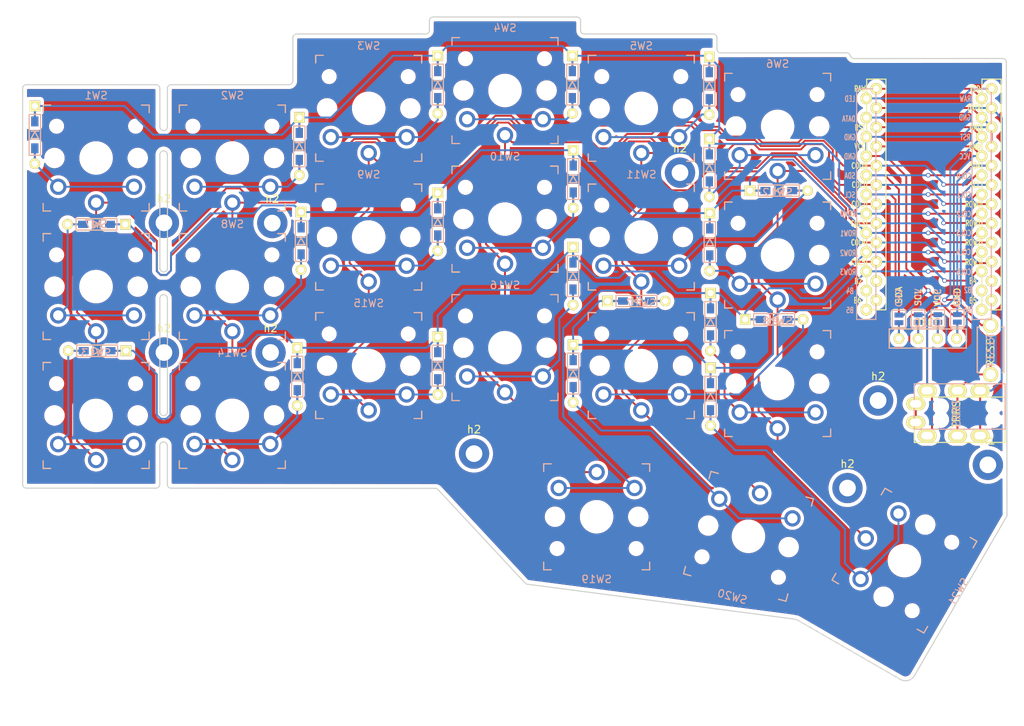
<source format=kicad_pcb>
(kicad_pcb (version 20171130) (host pcbnew "(5.1.4-0-10_14)")
  (title_block (title "Corne Light") (date 2018-12-26) (rev 2.1) (company foostan))
  (layers (0 F.Cu signal) (31 B.Cu signal) (34 B.Paste user) (35 F.Paste user) (36 B.SilkS user) (37 F.SilkS user) (38 B.Mask user) (39 F.Mask user) (44 Edge.Cuts user))
  (net 0 "")
  (net 1 row0)
  (net 2 row1)
  (net 3 "Net-(D2-Pad2)")
  (net 4 row2)
  (net 5 "Net-(D3-Pad2)")
  (net 6 row3)
  (net 7 "Net-(D4-Pad2)")
  (net 8 "Net-(D5-Pad2)")
  (net 9 "Net-(D6-Pad2)")
  (net 10 "Net-(D8-Pad2)")
  (net 11 "Net-(D9-Pad2)")
  (net 12 "Net-(D10-Pad2)")
  (net 13 "Net-(D11-Pad2)")
  (net 14 "Net-(D12-Pad2)")
  (net 15 "Net-(D14-Pad2)")
  (net 16 "Net-(D15-Pad2)")
  (net 17 "Net-(D16-Pad2)")
  (net 18 "Net-(D17-Pad2)")
  (net 19 "Net-(D18-Pad2)")
  (net 20 "Net-(D19-Pad2)")
  (net 21 "Net-(D20-Pad2)")
  (net 22 "Net-(D21-Pad2)")
  (net 23 GND)
  (net 24 VCC)
  (net 25 col0)
  (net 26 col1)
  (net 27 col2)
  (net 28 col3)
  (net 29 col4)
  (net 30 col5)
  (net 31 LED)
  (net 32 data)
  (net 33 reset)
  (net 34 SCL)
  (net 35 SDA)
  (net 36 "Net-(U1-Pad14)")
  (net 37 "Net-(U1-Pad13)")
  (net 38 "Net-(U1-Pad12)")
  (net 39 "Net-(U1-Pad11)")
  (net 40 "Net-(J1-PadA)")
  (net 41 "Net-(U1-Pad24)")
  (net 42 "Net-(D1-Pad2)")
  (net 43 "Net-(D7-Pad2)")
  (net 44 "Net-(D13-Pad2)")
  (module kbd:LEGO_HOLE (layer F.Cu) (at 90.95 91.28)
    (fp_text reference h2 (at 0 -3.2) (layer F.SilkS))
    (fp_text value h2)
    (pad h2 thru_hole circle (at 0 0) (size 4 4) (drill 2.2) (layers *.Cu *.Mask))
  )
  (module kbd:LEGO_HOLE (layer F.Cu) (at 76.87 91.29)
    (fp_text reference h2 (at 0 -3.2) (layer F.SilkS))
    (fp_text value h2)
    (pad h2 thru_hole circle (at 0 0) (size 4 4) (drill 2.2) (layers *.Cu *.Mask))
  )
  (module kbd:LEGO_HOLE (layer F.Cu) (at 167.14 109.2)
    (fp_text reference h2 (at 0 -3.2) (layer F.SilkS))
    (fp_text value h2)
    (pad h2 thru_hole circle (at 0 0) (size 4 4) (drill 2.2) (layers *.Cu *.Mask))
  )
  (module kbd:LEGO_HOLE (layer F.Cu) (at 117.82 104.65)
    (fp_text reference h2 (at 0 -3.2) (layer F.SilkS))
    (fp_text value h2)
    (pad h2 thru_hole circle (at 0 0) (size 4 4) (drill 2.2) (layers *.Cu *.Mask))
  )
  (module kbd:LEGO_HOLE (layer F.Cu) (at 76.87 74.15)
    (fp_text reference h2 (at 0 -3.2) (layer F.SilkS))
    (fp_text value h2)
    (pad h2 thru_hole circle (at 0 0) (size 4 4) (drill 2.2) (layers *.Cu *.Mask))
  )
  (module kbd:LEGO_HOLE (layer F.Cu) (at 145.02 67.52)
    (fp_text reference h2 (at 0 -3.2) (layer F.SilkS))
    (fp_text value h2)
    (pad h2 thru_hole circle (at 0 0) (size 4 4) (drill 2.2) (layers *.Cu *.Mask))
  )
  (module kbd:LEGO_HOLE (layer F.Cu) (at 91.18 74.18)
    (fp_text reference h2 (at 0 -3.2) (layer F.SilkS))
    (fp_text value h2)
    (pad h2 thru_hole circle (at 0 0) (size 4 4) (drill 2.2) (layers *.Cu *.Mask))
  )
  (module kbd:ProMicro_v2 (layer F.Cu) (at 178.51 70.91)
    (fp_text reference U1 hide)
    (fp_text value ProMicro hide)
    (fp_text user "" (at -1.2065 -16.256) (layer B.SilkS) (effects (justify mirror)))
    (fp_text user "" (at -1.2065 -16.256) (layer B.SilkS) (effects (justify mirror)))
    (fp_text user RAW (at -9.7155 -14.478) (layer F.SilkS) (effects (font (size 0.75 0.5) (thickness 0.125))))
    (fp_text user LED (at 5.5 -14.478) (layer F.SilkS) (effects (font (size 0.75 0.5) (thickness 0.125))))
    (fp_text user GND (at 5.461 -6.7945) (layer F.SilkS) (effects (font (size 0.75 0.5) (thickness 0.125))))
    (fp_text user DATA (at 5.35 -11.95) (layer F.SilkS) (effects (font (size 0.75 0.5) (thickness 0.125))))
    (fp_text user RST (at -9.7155 -9.3345) (layer F.SilkS) (effects (font (size 0.75 0.5) (thickness 0.125))))
    (fp_text user GND (at 5.5245 -9.3345) (layer F.SilkS) (effects (font (size 0.75 0.5) (thickness 0.125))))
    (fp_text user VCC (at -9.7155 -6.858) (layer F.SilkS) (effects (font (size 0.75 0.5) (thickness 0.125))))
    (fp_text user GND (at 5.461 -6.7945) (layer F.SilkS) (effects (font (size 0.75 0.5) (thickness 0.125))))
    (fp_text user COL3 (at -10 3.35) (layer F.SilkS) (effects (font (size 0.75 0.5) (thickness 0.125))))
    (fp_text user ROW0 (at 5.2 0.8) (layer F.SilkS) (effects (font (size 0.75 0.5) (thickness 0.125))))
    (fp_text user COL2 (at -9.9 0.762) (layer F.SilkS) (effects (font (size 0.75 0.5) (thickness 0.125))))
    (fp_text user SCL (at 5.461 -1.778) (layer F.SilkS) (effects (font (size 0.75 0.5) (thickness 0.125))))
    (fp_text user COL1 (at -9.85 -1.778) (layer F.SilkS) (effects (font (size 0.75 0.5) (thickness 0.125))))
    (fp_text user SDA (at 5.461 -4.318) (layer F.SilkS) (effects (font (size 0.75 0.5) (thickness 0.125))))
    (fp_text user COL0 (at -9.9 -4.3) (layer F.SilkS) (effects (font (size 0.75 0.5) (thickness 0.125))))
    (fp_text user B6 (at -10.05 13.5) (layer F.SilkS) (effects (font (size 0.75 0.5) (thickness 0.125))))
    (fp_text user B5 (at 5.2 13.5255) (layer F.SilkS) (effects (font (size 0.75 0.5) (thickness 0.125))))
    (fp_text user B4 (at 5.2 10.922) (layer F.SilkS) (effects (font (size 0.75 0.5) (thickness 0.125))))
    (fp_text user B2 (at -9.95 10.95) (layer F.SilkS) (effects (font (size 0.75 0.5) (thickness 0.125))))
    (fp_text user ROW3 (at 5.2 8.4455) (layer F.SilkS) (effects (font (size 0.75 0.5) (thickness 0.125))))
    (fp_text user COL5 (at -9.95 8.4455) (layer F.SilkS) (effects (font (size 0.75 0.5) (thickness 0.125))))
    (fp_text user ROW2 (at 5.2 5.85) (layer F.SilkS) (effects (font (size 0.75 0.5) (thickness 0.125))))
    (fp_text user COL4 (at -9.95 5.85) (layer F.SilkS) (effects (font (size 0.75 0.5) (thickness 0.125))))
    (fp_text user ROW1 (at 5.25 3.302) (layer F.SilkS) (effects (font (size 0.75 0.5) (thickness 0.125))))
    (fp_text user ROW1 (at -11.3 4.6355) (layer B.SilkS) (effects (font (size 0.75 0.5) (thickness 0.125)) (justify mirror)))
    (fp_text user COL4 (at 3.95 7.112) (layer B.SilkS) (effects (font (size 0.75 0.5) (thickness 0.125)) (justify mirror)))
    (fp_text user ROW2 (at -11.3 7.239) (layer B.SilkS) (effects (font (size 0.75 0.5) (thickness 0.125)) (justify mirror)))
    (fp_text user COL5 (at 4 9.75) (layer B.SilkS) (effects (font (size 0.75 0.5) (thickness 0.125)) (justify mirror)))
    (fp_text user ROW3 (at -11.3 9.75) (layer B.SilkS) (effects (font (size 0.75 0.5) (thickness 0.125)) (justify mirror)))
    (fp_text user B2 (at 4.5085 12.1285) (layer B.SilkS) (effects (font (size 0.75 0.5) (thickness 0.125)) (justify mirror)))
    (fp_text user B4 (at -11.049 12.2555) (layer B.SilkS) (effects (font (size 0.75 0.5) (thickness 0.125)) (justify mirror)))
    (fp_text user B5 (at -11.049 14.7955) (layer B.SilkS) (effects (font (size 0.75 0.5) (thickness 0.125)) (justify mirror)))
    (fp_text user B6 (at 4.445 14.732) (layer B.SilkS) (effects (font (size 0.75 0.5) (thickness 0.125)) (justify mirror)))
    (fp_text user COL0 (at 4 -2.95) (layer B.SilkS) (effects (font (size 0.75 0.5) (thickness 0.125)) (justify mirror)))
    (fp_text user SDA (at -11.049 -2.9845) (layer B.SilkS) (effects (font (size 0.75 0.5) (thickness 0.125)) (justify mirror)))
    (fp_text user COL1 (at 4 -0.4445) (layer B.SilkS) (effects (font (size 0.75 0.5) (thickness 0.125)) (justify mirror)))
    (fp_text user SCL (at -11.049 -0.4445) (layer B.SilkS) (effects (font (size 0.75 0.5) (thickness 0.125)) (justify mirror)))
    (fp_text user COL2 (at 4 2.1) (layer B.SilkS) (effects (font (size 0.75 0.5) (thickness 0.125)) (justify mirror)))
    (fp_text user ROW0 (at -11.3 2.032) (layer B.SilkS) (effects (font (size 0.75 0.5) (thickness 0.125)) (justify mirror)))
    (fp_text user COL3 (at 4 4.6) (layer B.SilkS) (effects (font (size 0.75 0.5) (thickness 0.125)) (justify mirror)))
    (fp_text user GND (at -11.049 -5.5245) (layer B.SilkS) (effects (font (size 0.75 0.5) (thickness 0.125)) (justify mirror)))
    (fp_text user VCC (at 4.1275 -5.5245) (layer B.SilkS) (effects (font (size 0.75 0.5) (thickness 0.125)) (justify mirror)))
    (fp_text user GND (at -11.049 -8.0645) (layer B.SilkS) (effects (font (size 0.75 0.5) (thickness 0.125)) (justify mirror)))
    (fp_text user RST (at 4.191 -8.0645) (layer B.SilkS) (effects (font (size 0.75 0.5) (thickness 0.125)) (justify mirror)))
    (fp_text user DATA (at -11.2 -10.5) (layer B.SilkS) (effects (font (size 0.75 0.5) (thickness 0.125)) (justify mirror)))
    (fp_text user GND (at 4.1275 -10.668) (layer B.SilkS) (effects (font (size 0.75 0.5) (thickness 0.125)) (justify mirror)))
    (fp_text user LED (at -11.049 -13.1445) (layer B.SilkS) (effects (font (size 0.75 0.5) (thickness 0.125)) (justify mirror)))
    (fp_text user RAW (at 4.191 -13.1445) (layer B.SilkS) (effects (font (size 0.75 0.5) (thickness 0.125)) (justify mirror)))
    (pad 24 thru_hole circle (at 6.35 -13.208) (size 1.524 1.524) (drill 0.8128) (layers *.Cu *.Mask F.SilkS) (net 41 "Net-(U1-Pad24)"))
    (pad 23 thru_hole circle (at 6.35 -10.668) (size 1.524 1.524) (drill 0.8128) (layers *.Cu *.Mask F.SilkS) (net 23 GND))
    (pad 22 thru_hole circle (at 6.35 -8.128) (size 1.524 1.524) (drill 0.8128) (layers *.Cu *.Mask F.SilkS) (net 33 reset))
    (pad 21 thru_hole circle (at 6.35 -5.588) (size 1.524 1.524) (drill 0.8128) (layers *.Cu *.Mask F.SilkS) (net 24 VCC))
    (pad 20 thru_hole circle (at 6.35 -3.048) (size 1.524 1.524) (drill 0.8128) (layers *.Cu *.Mask F.SilkS) (net 25 col0))
    (pad 19 thru_hole circle (at 6.35 -0.508) (size 1.524 1.524) (drill 0.8128) (layers *.Cu *.Mask F.SilkS) (net 26 col1))
    (pad 18 thru_hole circle (at 6.35 2.032) (size 1.524 1.524) (drill 0.8128) (layers *.Cu *.Mask F.SilkS) (net 27 col2))
    (pad 17 thru_hole circle (at 6.35 4.572) (size 1.524 1.524) (drill 0.8128) (layers *.Cu *.Mask F.SilkS) (net 28 col3))
    (pad 16 thru_hole circle (at 6.35 7.112) (size 1.524 1.524) (drill 0.8128) (layers *.Cu *.Mask F.SilkS) (net 29 col4))
    (pad 15 thru_hole circle (at 6.35 9.652) (size 1.524 1.524) (drill 0.8128) (layers *.Cu *.Mask F.SilkS) (net 30 col5))
    (pad 14 thru_hole circle (at 6.35 12.192) (size 1.524 1.524) (drill 0.8128) (layers *.Cu *.Mask F.SilkS))
    (pad 13 thru_hole circle (at 6.35 14.732) (size 1.524 1.524) (drill 0.8128) (layers *.Cu *.Mask F.SilkS))
    (pad 12 thru_hole circle (at -8.89 14.732) (size 1.524 1.524) (drill 0.8128) (layers *.Cu *.Mask F.SilkS))
    (pad 11 thru_hole circle (at -8.89 12.192) (size 1.524 1.524) (drill 0.8128) (layers *.Cu *.Mask F.SilkS))
    (pad 10 thru_hole circle (at -8.89 9.652) (size 1.524 1.524) (drill 0.8128) (layers *.Cu *.Mask F.SilkS) (net 6 row3))
    (pad 9 thru_hole circle (at -8.89 7.112) (size 1.524 1.524) (drill 0.8128) (layers *.Cu *.Mask F.SilkS) (net 4 row2))
    (pad 8 thru_hole circle (at -8.89 4.572) (size 1.524 1.524) (drill 0.8128) (layers *.Cu *.Mask F.SilkS) (net 2 row1))
    (pad 7 thru_hole circle (at -8.89 2.032) (size 1.524 1.524) (drill 0.8128) (layers *.Cu *.Mask F.SilkS) (net 1 row0))
    (pad 6 thru_hole circle (at -8.89 -0.508) (size 1.524 1.524) (drill 0.8128) (layers *.Cu *.Mask F.SilkS) (net 34 SCL))
    (pad 5 thru_hole circle (at -8.89 -3.048) (size 1.524 1.524) (drill 0.8128) (layers *.Cu *.Mask F.SilkS) (net 35 SDA))
    (pad 4 thru_hole circle (at -8.89 -5.588) (size 1.524 1.524) (drill 0.8128) (layers *.Cu *.Mask F.SilkS) (net 23 GND))
    (pad 3 thru_hole circle (at -8.89 -8.128) (size 1.524 1.524) (drill 0.8128) (layers *.Cu *.Mask F.SilkS) (net 23 GND))
    (pad 2 thru_hole circle (at -8.89 -10.668) (size 1.524 1.524) (drill 0.8128) (layers *.Cu *.Mask F.SilkS) (net 32 data))
    (pad 1 thru_hole circle (at -8.89 -13.208) (size 1.524 1.524) (drill 0.8128) (layers *.Cu *.Mask F.SilkS) (net 31 LED))
    (pad 1 thru_hole circle (at 7.6564 -14.478) (size 1.524 1.524) (drill 0.8128) (layers *.Cu *.Mask F.SilkS) (net 31 LED))
    (pad 2 thru_hole circle (at 7.6564 -11.938) (size 1.524 1.524) (drill 0.8128) (layers *.Cu *.Mask F.SilkS) (net 32 data))
    (pad 3 thru_hole circle (at 7.6564 -9.398) (size 1.524 1.524) (drill 0.8128) (layers *.Cu *.Mask F.SilkS) (net 23 GND))
    (pad 4 thru_hole circle (at 7.6564 -6.858) (size 1.524 1.524) (drill 0.8128) (layers *.Cu *.Mask F.SilkS) (net 23 GND))
    (pad 5 thru_hole circle (at 7.6564 -4.318) (size 1.524 1.524) (drill 0.8128) (layers *.Cu *.Mask F.SilkS) (net 35 SDA))
    (pad 6 thru_hole circle (at 7.6564 -1.778) (size 1.524 1.524) (drill 0.8128) (layers *.Cu *.Mask F.SilkS) (net 34 SCL))
    (pad 7 thru_hole circle (at 7.6564 0.762) (size 1.524 1.524) (drill 0.8128) (layers *.Cu *.Mask F.SilkS) (net 1 row0))
    (pad 8 thru_hole circle (at 7.6564 3.302) (size 1.524 1.524) (drill 0.8128) (layers *.Cu *.Mask F.SilkS) (net 2 row1))
    (pad 9 thru_hole circle (at 7.6564 5.842) (size 1.524 1.524) (drill 0.8128) (layers *.Cu *.Mask F.SilkS) (net 4 row2))
    (pad 10 thru_hole circle (at 7.6564 8.382) (size 1.524 1.524) (drill 0.8128) (layers *.Cu *.Mask F.SilkS) (net 6 row3))
    (pad 11 thru_hole circle (at 7.6564 10.922) (size 1.524 1.524) (drill 0.8128) (layers *.Cu *.Mask F.SilkS))
    (pad 12 thru_hole circle (at 7.6564 13.462) (size 1.524 1.524) (drill 0.8128) (layers *.Cu *.Mask F.SilkS))
    (pad 13 thru_hole circle (at -7.5636 13.462) (size 1.524 1.524) (drill 0.8128) (layers *.Cu *.Mask F.SilkS))
    (pad 14 thru_hole circle (at -7.5636 10.922) (size 1.524 1.524) (drill 0.8128) (layers *.Cu *.Mask F.SilkS))
    (pad 15 thru_hole circle (at -7.5636 8.382) (size 1.524 1.524) (drill 0.8128) (layers *.Cu *.Mask F.SilkS) (net 30 col5))
    (pad 16 thru_hole circle (at -7.5636 5.842) (size 1.524 1.524) (drill 0.8128) (layers *.Cu *.Mask F.SilkS) (net 29 col4))
    (pad 17 thru_hole circle (at -7.5636 3.302) (size 1.524 1.524) (drill 0.8128) (layers *.Cu *.Mask F.SilkS) (net 28 col3))
    (pad 18 thru_hole circle (at -7.5636 0.762) (size 1.524 1.524) (drill 0.8128) (layers *.Cu *.Mask F.SilkS) (net 27 col2))
    (pad 19 thru_hole circle (at -7.5636 -1.778) (size 1.524 1.524) (drill 0.8128) (layers *.Cu *.Mask F.SilkS) (net 26 col1))
    (pad 20 thru_hole circle (at -7.5636 -4.318) (size 1.524 1.524) (drill 0.8128) (layers *.Cu *.Mask F.SilkS) (net 25 col0))
    (pad 21 thru_hole circle (at -7.5636 -6.858) (size 1.524 1.524) (drill 0.8128) (layers *.Cu *.Mask F.SilkS) (net 24 VCC))
    (pad 22 thru_hole circle (at -7.5636 -9.398) (size 1.524 1.524) (drill 0.8128) (layers *.Cu *.Mask F.SilkS) (net 33 reset))
    (pad 23 thru_hole circle (at -7.5636 -11.938) (size 1.524 1.524) (drill 0.8128) (layers *.Cu *.Mask F.SilkS) (net 23 GND))
    (pad 24 thru_hole circle (at -7.5636 -14.478) (size 1.524 1.524) (drill 0.8128) (layers *.Cu *.Mask F.SilkS) (net 41 "Net-(U1-Pad24)"))
  )
  (module chocs:SW_PG1350_reversible_b2 (layer F.Cu) (at 121.91 90.65)
    (fp_text reference SW16 hide)
    (fp_text value SW_PUSH hide)
    (fp_text user %R (at 0 -8.255) (layer B.SilkS) (effects (justify mirror)))
    (pad "" np_thru_hole circle (at -5.22 -4.2) (size 0.9906 0.9906) (drill 0.9906) (layers *.Cu *.Mask))
    (pad 2 thru_hole circle (at 5 3.8) (size 2.153 2.153) (drill 1.346) (layers *.Cu *.Mask) (net 17 "Net-(D16-Pad2)"))
    (pad "" np_thru_hole circle (at 0 0) (size 3.429 3.429) (drill 3.429) (layers *.Cu *.Mask))
    (pad 2 thru_hole circle (at -5 3.8) (size 2.153 2.153) (drill 1.346) (layers *.Cu *.Mask) (net 17 "Net-(D16-Pad2)"))
    (pad 1 thru_hole circle (at 0 5.9) (size 2.153 2.153) (drill 1.346) (layers *.Cu *.Mask) (net 28 col3))
    (pad "" np_thru_hole circle (at 5.22 -4.2) (size 0.9906 0.9906) (drill 0.9906) (layers *.Cu *.Mask))
    (pad "" np_thru_hole circle (at 5.5 0) (size 1.7018 1.7018) (drill 1.7018) (layers *.Cu *.Mask))
    (pad "" np_thru_hole circle (at -5.5 0) (size 1.7018 1.7018) (drill 1.7018) (layers *.Cu *.Mask))
  )
  (module chocs:SW_PG1350_reversible_b2 (layer F.Cu) (at 157.91 78.4)
    (fp_text reference SW12 hide)
    (fp_text value SW_PUSH hide)
    (fp_text user %R (at 0 -8.255) (layer B.SilkS) (effects (justify mirror)))
    (pad "" np_thru_hole circle (at -5.22 -4.2) (size 0.9906 0.9906) (drill 0.9906) (layers *.Cu *.Mask))
    (pad 2 thru_hole circle (at 5 3.8) (size 2.153 2.153) (drill 1.346) (layers *.Cu *.Mask) (net 14 "Net-(D12-Pad2)"))
    (pad "" np_thru_hole circle (at 0 0) (size 3.429 3.429) (drill 3.429) (layers *.Cu *.Mask))
    (pad 2 thru_hole circle (at -5 3.8) (size 2.153 2.153) (drill 1.346) (layers *.Cu *.Mask) (net 14 "Net-(D12-Pad2)"))
    (pad 1 thru_hole circle (at 0 5.9) (size 2.153 2.153) (drill 1.346) (layers *.Cu *.Mask) (net 30 col5))
    (pad "" np_thru_hole circle (at 5.22 -4.2) (size 0.9906 0.9906) (drill 0.9906) (layers *.Cu *.Mask))
    (pad "" np_thru_hole circle (at 5.5 0) (size 1.7018 1.7018) (drill 1.7018) (layers *.Cu *.Mask))
    (pad "" np_thru_hole circle (at -5.5 0) (size 1.7018 1.7018) (drill 1.7018) (layers *.Cu *.Mask))
  )
  (module kbd:D3_TH_SMD (layer F.Cu) (at 68.05 91.05 180)
    (fp_text reference D13 hide)
    (fp_text value D hide)
    (pad 2 smd rect (at 1.775 0 180) (size 1.3 0.95) (layers F.Cu F.Paste F.Mask) (net 44 "Net-(D13-Pad2)"))
    (pad 2 thru_hole circle (at 3.81 0 180) (size 1.397 1.397) (drill 0.8128) (layers *.Cu *.Mask F.SilkS) (net 44 "Net-(D13-Pad2)"))
    (pad 1 thru_hole rect (at -3.81 0 180) (size 1.397 1.397) (drill 0.8128) (layers *.Cu *.Mask F.SilkS) (net 4 row2))
    (pad 1 smd rect (at -1.775 0 180) (size 1.3 0.95) (layers B.Cu B.Paste B.Mask) (net 4 row2))
    (pad 2 smd rect (at 1.775 0 180) (size 1.3 0.95) (layers B.Cu B.Paste B.Mask) (net 44 "Net-(D13-Pad2)"))
    (pad 1 smd rect (at -1.775 0 180) (size 1.3 0.95) (layers F.Cu F.Paste F.Mask) (net 4 row2))
  )
  (module kbd:D3_TH_SMD (layer F.Cu) (at 67.96 74.35 180)
    (fp_text reference D7 hide)
    (fp_text value D hide)
    (pad 2 smd rect (at 1.775 0 180) (size 1.3 0.95) (layers F.Cu F.Paste F.Mask) (net 43 "Net-(D7-Pad2)"))
    (pad 2 thru_hole circle (at 3.81 0 180) (size 1.397 1.397) (drill 0.8128) (layers *.Cu *.Mask F.SilkS) (net 43 "Net-(D7-Pad2)"))
    (pad 1 thru_hole rect (at -3.81 0 180) (size 1.397 1.397) (drill 0.8128) (layers *.Cu *.Mask F.SilkS) (net 2 row1))
    (pad 1 smd rect (at -1.775 0 180) (size 1.3 0.95) (layers B.Cu B.Paste B.Mask) (net 2 row1))
    (pad 2 smd rect (at 1.775 0 180) (size 1.3 0.95) (layers B.Cu B.Paste B.Mask) (net 43 "Net-(D7-Pad2)"))
    (pad 1 smd rect (at -1.775 0 180) (size 1.3 0.95) (layers F.Cu F.Paste F.Mask) (net 2 row1))
  )
  (module kbd:D3_TH_SMD (layer F.Cu) (at 59.82 62.52 270)
    (fp_text reference D1 hide)
    (fp_text value D hide)
    (pad 2 smd rect (at 1.775 0 270) (size 1.3 0.95) (layers F.Cu F.Paste F.Mask) (net 42 "Net-(D1-Pad2)"))
    (pad 2 thru_hole circle (at 3.81 0 270) (size 1.397 1.397) (drill 0.8128) (layers *.Cu *.Mask F.SilkS) (net 42 "Net-(D1-Pad2)"))
    (pad 1 thru_hole rect (at -3.81 0 270) (size 1.397 1.397) (drill 0.8128) (layers *.Cu *.Mask F.SilkS) (net 1 row0))
    (pad 1 smd rect (at -1.775 0 270) (size 1.3 0.95) (layers B.Cu B.Paste B.Mask) (net 1 row0))
    (pad 2 smd rect (at 1.775 0 270) (size 1.3 0.95) (layers B.Cu B.Paste B.Mask) (net 42 "Net-(D1-Pad2)"))
    (pad 1 smd rect (at -1.775 0 270) (size 1.3 0.95) (layers F.Cu F.Paste F.Mask) (net 1 row0))
  )
  (module kbd:D3_TH_SMD (layer F.Cu) (at 94.75 64.04 270)
    (fp_text reference D2 hide)
    (fp_text value D hide)
    (pad 2 smd rect (at 1.775 0 270) (size 1.3 0.95) (layers F.Cu F.Paste F.Mask) (net 3 "Net-(D2-Pad2)"))
    (pad 2 thru_hole circle (at 3.81 0 270) (size 1.397 1.397) (drill 0.8128) (layers *.Cu *.Mask F.SilkS) (net 3 "Net-(D2-Pad2)"))
    (pad 1 thru_hole rect (at -3.81 0 270) (size 1.397 1.397) (drill 0.8128) (layers *.Cu *.Mask F.SilkS) (net 1 row0))
    (pad 1 smd rect (at -1.775 0 270) (size 1.3 0.95) (layers B.Cu B.Paste B.Mask) (net 1 row0))
    (pad 2 smd rect (at 1.775 0 270) (size 1.3 0.95) (layers B.Cu B.Paste B.Mask) (net 3 "Net-(D2-Pad2)"))
    (pad 1 smd rect (at -1.775 0 270) (size 1.3 0.95) (layers F.Cu F.Paste F.Mask) (net 1 row0))
  )
  (module kbd:D3_TH_SMD (layer F.Cu) (at 113.03 55.88 270)
    (fp_text reference D3 hide)
    (fp_text value D hide)
    (pad 2 smd rect (at 1.775 0 270) (size 1.3 0.95) (layers F.Cu F.Paste F.Mask) (net 5 "Net-(D3-Pad2)"))
    (pad 2 thru_hole circle (at 3.81 0 270) (size 1.397 1.397) (drill 0.8128) (layers *.Cu *.Mask F.SilkS) (net 5 "Net-(D3-Pad2)"))
    (pad 1 thru_hole rect (at -3.81 0 270) (size 1.397 1.397) (drill 0.8128) (layers *.Cu *.Mask F.SilkS) (net 1 row0))
    (pad 1 smd rect (at -1.775 0 270) (size 1.3 0.95) (layers B.Cu B.Paste B.Mask) (net 1 row0))
    (pad 2 smd rect (at 1.775 0 270) (size 1.3 0.95) (layers B.Cu B.Paste B.Mask) (net 5 "Net-(D3-Pad2)"))
    (pad 1 smd rect (at -1.775 0 270) (size 1.3 0.95) (layers F.Cu F.Paste F.Mask) (net 1 row0))
  )
  (module kbd:D3_TH_SMD (layer F.Cu) (at 130.81 55.88 270)
    (fp_text reference D4 hide)
    (fp_text value D hide)
    (pad 2 smd rect (at 1.775 0 270) (size 1.3 0.95) (layers F.Cu F.Paste F.Mask) (net 7 "Net-(D4-Pad2)"))
    (pad 2 thru_hole circle (at 3.81 0 270) (size 1.397 1.397) (drill 0.8128) (layers *.Cu *.Mask F.SilkS) (net 7 "Net-(D4-Pad2)"))
    (pad 1 thru_hole rect (at -3.81 0 270) (size 1.397 1.397) (drill 0.8128) (layers *.Cu *.Mask F.SilkS) (net 1 row0))
    (pad 1 smd rect (at -1.775 0 270) (size 1.3 0.95) (layers B.Cu B.Paste B.Mask) (net 1 row0))
    (pad 2 smd rect (at 1.775 0 270) (size 1.3 0.95) (layers B.Cu B.Paste B.Mask) (net 7 "Net-(D4-Pad2)"))
    (pad 1 smd rect (at -1.775 0 270) (size 1.3 0.95) (layers F.Cu F.Paste F.Mask) (net 1 row0))
  )
  (module kbd:D3_TH_SMD (layer F.Cu) (at 148.9 66.89 270)
    (fp_text reference D6 hide)
    (fp_text value D hide)
    (pad 2 smd rect (at 1.775 0 270) (size 1.3 0.95) (layers F.Cu F.Paste F.Mask) (net 9 "Net-(D6-Pad2)"))
    (pad 2 thru_hole circle (at 3.81 0 270) (size 1.397 1.397) (drill 0.8128) (layers *.Cu *.Mask F.SilkS) (net 9 "Net-(D6-Pad2)"))
    (pad 1 thru_hole rect (at -3.81 0 270) (size 1.397 1.397) (drill 0.8128) (layers *.Cu *.Mask F.SilkS) (net 1 row0))
    (pad 1 smd rect (at -1.775 0 270) (size 1.3 0.95) (layers B.Cu B.Paste B.Mask) (net 1 row0))
    (pad 2 smd rect (at 1.775 0 270) (size 1.3 0.95) (layers B.Cu B.Paste B.Mask) (net 9 "Net-(D6-Pad2)"))
    (pad 1 smd rect (at -1.775 0 270) (size 1.3 0.95) (layers F.Cu F.Paste F.Mask) (net 1 row0))
  )
  (module kbd:D3_TH_SMD (layer F.Cu) (at 94.98 76.54 270)
    (fp_text reference D8 hide)
    (fp_text value D hide)
    (pad 2 smd rect (at 1.775 0 270) (size 1.3 0.95) (layers F.Cu F.Paste F.Mask) (net 10 "Net-(D8-Pad2)"))
    (pad 2 thru_hole circle (at 3.81 0 270) (size 1.397 1.397) (drill 0.8128) (layers *.Cu *.Mask F.SilkS) (net 10 "Net-(D8-Pad2)"))
    (pad 1 thru_hole rect (at -3.81 0 270) (size 1.397 1.397) (drill 0.8128) (layers *.Cu *.Mask F.SilkS) (net 2 row1))
    (pad 1 smd rect (at -1.775 0 270) (size 1.3 0.95) (layers B.Cu B.Paste B.Mask) (net 2 row1))
    (pad 2 smd rect (at 1.775 0 270) (size 1.3 0.95) (layers B.Cu B.Paste B.Mask) (net 10 "Net-(D8-Pad2)"))
    (pad 1 smd rect (at -1.775 0 270) (size 1.3 0.95) (layers F.Cu F.Paste F.Mask) (net 2 row1))
  )
  (module kbd:D3_TH_SMD (layer F.Cu) (at 113.03 74.025 270)
    (fp_text reference D9 hide)
    (fp_text value D hide)
    (pad 2 smd rect (at 1.775 0 270) (size 1.3 0.95) (layers F.Cu F.Paste F.Mask) (net 11 "Net-(D9-Pad2)"))
    (pad 2 thru_hole circle (at 3.81 0 270) (size 1.397 1.397) (drill 0.8128) (layers *.Cu *.Mask F.SilkS) (net 11 "Net-(D9-Pad2)"))
    (pad 1 thru_hole rect (at -3.81 0 270) (size 1.397 1.397) (drill 0.8128) (layers *.Cu *.Mask F.SilkS) (net 2 row1))
    (pad 1 smd rect (at -1.775 0 270) (size 1.3 0.95) (layers B.Cu B.Paste B.Mask) (net 2 row1))
    (pad 2 smd rect (at 1.775 0 270) (size 1.3 0.95) (layers B.Cu B.Paste B.Mask) (net 11 "Net-(D9-Pad2)"))
    (pad 1 smd rect (at -1.775 0 270) (size 1.3 0.95) (layers F.Cu F.Paste F.Mask) (net 2 row1))
  )
  (module kbd:D3_TH_SMD (layer F.Cu) (at 130.92 68.36 270)
    (fp_text reference D10 hide)
    (fp_text value D hide)
    (pad 2 smd rect (at 1.775 0 270) (size 1.3 0.95) (layers F.Cu F.Paste F.Mask) (net 12 "Net-(D10-Pad2)"))
    (pad 2 thru_hole circle (at 3.81 0 270) (size 1.397 1.397) (drill 0.8128) (layers *.Cu *.Mask F.SilkS) (net 12 "Net-(D10-Pad2)"))
    (pad 1 thru_hole rect (at -3.81 0 270) (size 1.397 1.397) (drill 0.8128) (layers *.Cu *.Mask F.SilkS) (net 2 row1))
    (pad 1 smd rect (at -1.775 0 270) (size 1.3 0.95) (layers B.Cu B.Paste B.Mask) (net 2 row1))
    (pad 2 smd rect (at 1.775 0 270) (size 1.3 0.95) (layers B.Cu B.Paste B.Mask) (net 12 "Net-(D10-Pad2)"))
    (pad 1 smd rect (at -1.775 0 270) (size 1.3 0.95) (layers F.Cu F.Paste F.Mask) (net 2 row1))
  )
  (module kbd:D3_TH_SMD (layer F.Cu) (at 158.07 69.89)
    (fp_text reference D11 hide)
    (fp_text value D hide)
    (pad 2 smd rect (at 1.775 0) (size 1.3 0.95) (layers F.Cu F.Paste F.Mask) (net 13 "Net-(D11-Pad2)"))
    (pad 2 thru_hole circle (at 3.81 0) (size 1.397 1.397) (drill 0.8128) (layers *.Cu *.Mask F.SilkS) (net 13 "Net-(D11-Pad2)"))
    (pad 1 thru_hole rect (at -3.81 0) (size 1.397 1.397) (drill 0.8128) (layers *.Cu *.Mask F.SilkS) (net 2 row1))
    (pad 1 smd rect (at -1.775 0) (size 1.3 0.95) (layers B.Cu B.Paste B.Mask) (net 2 row1))
    (pad 2 smd rect (at 1.775 0) (size 1.3 0.95) (layers B.Cu B.Paste B.Mask) (net 13 "Net-(D11-Pad2)"))
    (pad 1 smd rect (at -1.775 0) (size 1.3 0.95) (layers F.Cu F.Paste F.Mask) (net 2 row1))
  )
  (module kbd:D3_TH_SMD (layer F.Cu) (at 148.95 76.675 270)
    (fp_text reference D12 hide)
    (fp_text value D hide)
    (pad 2 smd rect (at 1.775 0 270) (size 1.3 0.95) (layers F.Cu F.Paste F.Mask) (net 14 "Net-(D12-Pad2)"))
    (pad 2 thru_hole circle (at 3.81 0 270) (size 1.397 1.397) (drill 0.8128) (layers *.Cu *.Mask F.SilkS) (net 14 "Net-(D12-Pad2)"))
    (pad 1 thru_hole rect (at -3.81 0 270) (size 1.397 1.397) (drill 0.8128) (layers *.Cu *.Mask F.SilkS) (net 2 row1))
    (pad 1 smd rect (at -1.775 0 270) (size 1.3 0.95) (layers B.Cu B.Paste B.Mask) (net 2 row1))
    (pad 2 smd rect (at 1.775 0 270) (size 1.3 0.95) (layers B.Cu B.Paste B.Mask) (net 14 "Net-(D12-Pad2)"))
    (pad 1 smd rect (at -1.775 0 270) (size 1.3 0.95) (layers F.Cu F.Paste F.Mask) (net 2 row1))
  )
  (module kbd:D3_TH_SMD (layer F.Cu) (at 94.48 94.475 270)
    (fp_text reference D14 hide)
    (fp_text value D hide)
    (pad 2 smd rect (at 1.775 0 270) (size 1.3 0.95) (layers F.Cu F.Paste F.Mask) (net 15 "Net-(D14-Pad2)"))
    (pad 2 thru_hole circle (at 3.81 0 270) (size 1.397 1.397) (drill 0.8128) (layers *.Cu *.Mask F.SilkS) (net 15 "Net-(D14-Pad2)"))
    (pad 1 thru_hole rect (at -3.81 0 270) (size 1.397 1.397) (drill 0.8128) (layers *.Cu *.Mask F.SilkS) (net 4 row2))
    (pad 1 smd rect (at -1.775 0 270) (size 1.3 0.95) (layers B.Cu B.Paste B.Mask) (net 4 row2))
    (pad 2 smd rect (at 1.775 0 270) (size 1.3 0.95) (layers B.Cu B.Paste B.Mask) (net 15 "Net-(D14-Pad2)"))
    (pad 1 smd rect (at -1.775 0 270) (size 1.3 0.95) (layers F.Cu F.Paste F.Mask) (net 4 row2))
  )
  (module kbd:D3_TH_SMD (layer F.Cu) (at 113.03 93.025 270)
    (fp_text reference D15 hide)
    (fp_text value D hide)
    (pad 2 smd rect (at 1.775 0 270) (size 1.3 0.95) (layers F.Cu F.Paste F.Mask) (net 16 "Net-(D15-Pad2)"))
    (pad 2 thru_hole circle (at 3.81 0 270) (size 1.397 1.397) (drill 0.8128) (layers *.Cu *.Mask F.SilkS) (net 16 "Net-(D15-Pad2)"))
    (pad 1 thru_hole rect (at -3.81 0 270) (size 1.397 1.397) (drill 0.8128) (layers *.Cu *.Mask F.SilkS) (net 4 row2))
    (pad 1 smd rect (at -1.775 0 270) (size 1.3 0.95) (layers B.Cu B.Paste B.Mask) (net 4 row2))
    (pad 2 smd rect (at 1.775 0 270) (size 1.3 0.95) (layers B.Cu B.Paste B.Mask) (net 16 "Net-(D15-Pad2)"))
    (pad 1 smd rect (at -1.775 0 270) (size 1.3 0.95) (layers F.Cu F.Paste F.Mask) (net 4 row2))
  )
  (module kbd:D3_TH_SMD (layer F.Cu) (at 130.89 81.18 270)
    (fp_text reference D16 hide)
    (fp_text value D hide)
    (pad 2 smd rect (at 1.775 0 270) (size 1.3 0.95) (layers F.Cu F.Paste F.Mask) (net 17 "Net-(D16-Pad2)"))
    (pad 2 thru_hole circle (at 3.81 0 270) (size 1.397 1.397) (drill 0.8128) (layers *.Cu *.Mask F.SilkS) (net 17 "Net-(D16-Pad2)"))
    (pad 1 thru_hole rect (at -3.81 0 270) (size 1.397 1.397) (drill 0.8128) (layers *.Cu *.Mask F.SilkS) (net 4 row2))
    (pad 1 smd rect (at -1.775 0 270) (size 1.3 0.95) (layers B.Cu B.Paste B.Mask) (net 4 row2))
    (pad 2 smd rect (at 1.775 0 270) (size 1.3 0.95) (layers B.Cu B.Paste B.Mask) (net 17 "Net-(D16-Pad2)"))
    (pad 1 smd rect (at -1.775 0 270) (size 1.3 0.95) (layers F.Cu F.Paste F.Mask) (net 4 row2))
  )
  (module kbd:D3_TH_SMD (layer F.Cu) (at 157.45 86.91)
    (fp_text reference D17 hide)
    (fp_text value D hide)
    (pad 2 smd rect (at 1.775 0) (size 1.3 0.95) (layers F.Cu F.Paste F.Mask) (net 18 "Net-(D17-Pad2)"))
    (pad 2 thru_hole circle (at 3.81 0) (size 1.397 1.397) (drill 0.8128) (layers *.Cu *.Mask F.SilkS) (net 18 "Net-(D17-Pad2)"))
    (pad 1 thru_hole rect (at -3.81 0) (size 1.397 1.397) (drill 0.8128) (layers *.Cu *.Mask F.SilkS) (net 4 row2))
    (pad 1 smd rect (at -1.775 0) (size 1.3 0.95) (layers B.Cu B.Paste B.Mask) (net 4 row2))
    (pad 2 smd rect (at 1.775 0) (size 1.3 0.95) (layers B.Cu B.Paste B.Mask) (net 18 "Net-(D17-Pad2)"))
    (pad 1 smd rect (at -1.775 0) (size 1.3 0.95) (layers F.Cu F.Paste F.Mask) (net 4 row2))
  )
  (module kbd:D3_TH_SMD (layer F.Cu) (at 149.05 87.24 270)
    (fp_text reference D18 hide)
    (fp_text value D hide)
    (pad 2 smd rect (at 1.775 0 270) (size 1.3 0.95) (layers F.Cu F.Paste F.Mask) (net 19 "Net-(D18-Pad2)"))
    (pad 2 thru_hole circle (at 3.81 0 270) (size 1.397 1.397) (drill 0.8128) (layers *.Cu *.Mask F.SilkS) (net 19 "Net-(D18-Pad2)"))
    (pad 1 thru_hole rect (at -3.81 0 270) (size 1.397 1.397) (drill 0.8128) (layers *.Cu *.Mask F.SilkS) (net 4 row2))
    (pad 1 smd rect (at -1.775 0 270) (size 1.3 0.95) (layers B.Cu B.Paste B.Mask) (net 4 row2))
    (pad 2 smd rect (at 1.775 0 270) (size 1.3 0.95) (layers B.Cu B.Paste B.Mask) (net 19 "Net-(D18-Pad2)"))
    (pad 1 smd rect (at -1.775 0 270) (size 1.3 0.95) (layers F.Cu F.Paste F.Mask) (net 4 row2))
  )
  (module kbd:D3_TH_SMD (layer F.Cu) (at 139.27 84.48)
    (fp_text reference D19 hide)
    (fp_text value D hide)
    (pad 2 smd rect (at 1.775 0) (size 1.3 0.95) (layers F.Cu F.Paste F.Mask) (net 20 "Net-(D19-Pad2)"))
    (pad 2 thru_hole circle (at 3.81 0) (size 1.397 1.397) (drill 0.8128) (layers *.Cu *.Mask F.SilkS) (net 20 "Net-(D19-Pad2)"))
    (pad 1 thru_hole rect (at -3.81 0) (size 1.397 1.397) (drill 0.8128) (layers *.Cu *.Mask F.SilkS) (net 6 row3))
    (pad 1 smd rect (at -1.775 0) (size 1.3 0.95) (layers B.Cu B.Paste B.Mask) (net 6 row3))
    (pad 2 smd rect (at 1.775 0) (size 1.3 0.95) (layers B.Cu B.Paste B.Mask) (net 20 "Net-(D19-Pad2)"))
    (pad 1 smd rect (at -1.775 0) (size 1.3 0.95) (layers F.Cu F.Paste F.Mask) (net 6 row3))
  )
  (module kbd:D3_TH_SMD (layer F.Cu) (at 130.91 94.07 270)
    (fp_text reference D20 hide)
    (fp_text value D hide)
    (pad 2 smd rect (at 1.775 0 270) (size 1.3 0.95) (layers F.Cu F.Paste F.Mask) (net 21 "Net-(D20-Pad2)"))
    (pad 2 thru_hole circle (at 3.81 0 270) (size 1.397 1.397) (drill 0.8128) (layers *.Cu *.Mask F.SilkS) (net 21 "Net-(D20-Pad2)"))
    (pad 1 thru_hole rect (at -3.81 0 270) (size 1.397 1.397) (drill 0.8128) (layers *.Cu *.Mask F.SilkS) (net 6 row3))
    (pad 1 smd rect (at -1.775 0 270) (size 1.3 0.95) (layers B.Cu B.Paste B.Mask) (net 6 row3))
    (pad 2 smd rect (at 1.775 0 270) (size 1.3 0.95) (layers B.Cu B.Paste B.Mask) (net 21 "Net-(D20-Pad2)"))
    (pad 1 smd rect (at -1.775 0 270) (size 1.3 0.95) (layers F.Cu F.Paste F.Mask) (net 6 row3))
  )
  (module kbd:D3_TH_SMD (layer F.Cu) (at 149.05 97.12 270)
    (fp_text reference D21 hide)
    (fp_text value D hide)
    (pad 2 smd rect (at 1.775 0 270) (size 1.3 0.95) (layers F.Cu F.Paste F.Mask) (net 22 "Net-(D21-Pad2)"))
    (pad 2 thru_hole circle (at 3.81 0 270) (size 1.397 1.397) (drill 0.8128) (layers *.Cu *.Mask F.SilkS) (net 22 "Net-(D21-Pad2)"))
    (pad 1 thru_hole rect (at -3.81 0 270) (size 1.397 1.397) (drill 0.8128) (layers *.Cu *.Mask F.SilkS) (net 6 row3))
    (pad 1 smd rect (at -1.775 0 270) (size 1.3 0.95) (layers B.Cu B.Paste B.Mask) (net 6 row3))
    (pad 2 smd rect (at 1.775 0 270) (size 1.3 0.95) (layers B.Cu B.Paste B.Mask) (net 22 "Net-(D21-Pad2)"))
    (pad 1 smd rect (at -1.775 0 270) (size 1.3 0.95) (layers F.Cu F.Paste F.Mask) (net 6 row3))
  )
  (module kbd:D3_TH_SMD (layer F.Cu) (at 148.89 56.02 270)
    (fp_text reference D5 hide)
    (fp_text value D hide)
    (pad 2 smd rect (at 1.775 0 270) (size 1.3 0.95) (layers F.Cu F.Paste F.Mask) (net 8 "Net-(D5-Pad2)"))
    (pad 2 thru_hole circle (at 3.81 0 270) (size 1.397 1.397) (drill 0.8128) (layers *.Cu *.Mask F.SilkS) (net 8 "Net-(D5-Pad2)"))
    (pad 1 thru_hole rect (at -3.81 0 270) (size 1.397 1.397) (drill 0.8128) (layers *.Cu *.Mask F.SilkS) (net 1 row0))
    (pad 1 smd rect (at -1.775 0 270) (size 1.3 0.95) (layers B.Cu B.Paste B.Mask) (net 1 row0))
    (pad 2 smd rect (at 1.775 0 270) (size 1.3 0.95) (layers B.Cu B.Paste B.Mask) (net 8 "Net-(D5-Pad2)"))
    (pad 1 smd rect (at -1.775 0 270) (size 1.3 0.95) (layers F.Cu F.Paste F.Mask) (net 1 row0))
  )
  (module kbd:LEGO_HOLE (layer F.Cu) (at 185.68 106.13)
    (fp_text reference H1 (at 0 -3.2) (layer F.SilkS))
    (fp_text value h1)
    (pad H1 thru_hole circle (at 0 0) (size 4 4) (drill 2.2) (layers *.Cu *.Mask))
  )
  (module kbd:LEGO_HOLE (layer F.Cu) (at 171.18 97.63)
    (fp_text reference h2 (at 0 -3.2) (layer F.SilkS))
    (fp_text value h2)
    (pad h2 thru_hole circle (at 0 0) (size 4 4) (drill 2.2) (layers *.Cu *.Mask))
  )
  (module Kailh:SW_PG1350_15_reversible_b2 (layer F.Cu) (at 174.66 118.79 240)
    (fp_text reference SW21 hide)
    (fp_text value SW_PUSH hide)
    (fp_text user %R (at 0 -8.255 240) (layer B.SilkS) (effects (justify mirror)))
    (pad "" np_thru_hole circle (at -5.5 0 240) (size 1.7018 1.7018) (drill 1.7018) (layers *.Cu *.Mask))
    (pad "" np_thru_hole circle (at 5.5 0 240) (size 1.7018 1.7018) (drill 1.7018) (layers *.Cu *.Mask))
    (pad "" np_thru_hole circle (at 5.22 -4.2 240) (size 0.9906 0.9906) (drill 0.9906) (layers *.Cu *.Mask))
    (pad 1 thru_hole circle (at 0 5.9 240) (size 2.153 2.153) (drill 1.346) (layers *.Cu *.Mask) (net 30 col5))
    (pad 2 thru_hole circle (at -5 3.8 240) (size 2.153 2.153) (drill 1.346) (layers *.Cu *.Mask) (net 22 "Net-(D21-Pad2)"))
    (pad "" np_thru_hole circle (at 0 0 240) (size 3.429 3.429) (drill 3.429) (layers *.Cu *.Mask))
    (pad 2 thru_hole circle (at 5 3.8 240) (size 2.153 2.153) (drill 1.346) (layers *.Cu *.Mask) (net 22 "Net-(D21-Pad2)"))
    (pad "" np_thru_hole circle (at -5.22 -4.2 240) (size 0.9906 0.9906) (drill 0.9906) (layers *.Cu *.Mask))
  )
  (module kbd:ResetSW (layer F.Cu) (at 186.03 90.93 270)
    (fp_text reference RSW1 hide)
    (fp_text value Val**)
    (fp_text user RESET (at 0 0 90) (layer F.SilkS))
    (fp_text user RESET (at 0.127 0 90) (layer B.SilkS) (effects (justify mirror)))
    (pad 2 thru_hole circle (at -3.25 0 270) (size 2 2) (drill 1.3) (layers *.Cu *.Mask F.SilkS) (net 33 reset))
    (pad 1 thru_hole circle (at 3.25 0 270) (size 2 2) (drill 1.3) (layers *.Cu *.Mask F.SilkS) (net 23 GND))
  )
  (module foostan:Jumper (layer B.Cu) (at 179.06 86.78 270)
    (fp_text reference JP66 hide)
    (fp_text value SCL (at -2.794 0 270) (layer B.SilkS) (effects (font (size 0.8128 0.8128)) (justify mirror)))
    (pad 1 smd rect (at -0.50038 0 270) (size 0.635 1.143) (layers B.Cu B.Paste B.Mask) (net 34 SCL) (clearance 0.1905))
    (pad 2 smd rect (at 0.50038 0 270) (size 0.635 1.143) (layers B.Cu B.Paste B.Mask) (net 39 "Net-(U1-Pad11)") (clearance 0.1905))
  )
  (module foostan:Jumper (layer F.Cu) (at 181.64 86.7704 270)
    (fp_text reference JP68 hide)
    (fp_text value GND (at -2.794 0 90) (layer F.SilkS) (effects (font (size 0.8128 0.8128))))
    (pad 2 smd rect (at 0.50038 0 270) (size 0.635 1.143) (layers F.Cu F.Paste F.Mask) (net 38 "Net-(U1-Pad12)") (clearance 0.1905))
    (pad 1 smd rect (at -0.50038 0 270) (size 0.635 1.143) (layers F.Cu F.Paste F.Mask) (net 23 GND) (clearance 0.1905))
  )
  (module foostan:Jumper (layer F.Cu) (at 173.93 86.83 270)
    (fp_text reference JP61 hide)
    (fp_text value " SDA" (at -2.794 0 90) (layer F.SilkS) (effects (font (size 0.8128 0.8128))))
    (pad 1 smd rect (at -0.50038 0 270) (size 0.635 1.143) (layers F.Cu F.Paste F.Mask) (net 35 SDA) (clearance 0.1905))
    (pad 2 smd rect (at 0.50038 0 270) (size 0.635 1.143) (layers F.Cu F.Paste F.Mask) (net 36 "Net-(U1-Pad14)") (clearance 0.1905))
  )
  (module foostan:Jumper (layer B.Cu) (at 181.64 86.76 270)
    (fp_text reference JP6 hide)
    (fp_text value " SDA" (at -2.794 0 270) (layer B.SilkS) (effects (font (size 0.8128 0.8128)) (justify mirror)))
    (pad 2 smd rect (at 0.50038 0 270) (size 0.635 1.143) (layers B.Cu B.Paste B.Mask) (net 38 "Net-(U1-Pad12)") (clearance 0.1905))
    (pad 1 smd rect (at -0.50038 0 270) (size 0.635 1.143) (layers B.Cu B.Paste B.Mask) (net 35 SDA) (clearance 0.1905))
  )
  (module foostan:Jumper (layer F.Cu) (at 176.47 86.8 270)
    (fp_text reference JP63 hide)
    (fp_text value SCL (at -2.794 0 90) (layer F.SilkS) (effects (font (size 0.8128 0.8128))))
    (pad 2 smd rect (at 0.50038 0 270) (size 0.635 1.143) (layers F.Cu F.Paste F.Mask) (net 37 "Net-(U1-Pad13)") (clearance 0.1905))
    (pad 1 smd rect (at -0.50038 0 270) (size 0.635 1.143) (layers F.Cu F.Paste F.Mask) (net 34 SCL) (clearance 0.1905))
  )
  (module foostan:Jumper (layer B.Cu) (at 173.93 86.8396 270)
    (fp_text reference JP62 hide)
    (fp_text value GND (at -2.794 0 270) (layer B.SilkS) (effects (font (size 0.8128 0.8128)) (justify mirror)))
    (pad 1 smd rect (at -0.50038 0 270) (size 0.635 1.143) (layers B.Cu B.Paste B.Mask) (net 23 GND) (clearance 0.1905))
    (pad 2 smd rect (at 0.50038 0 270) (size 0.635 1.143) (layers B.Cu B.Paste B.Mask) (net 36 "Net-(U1-Pad14)") (clearance 0.1905))
  )
  (module foostan:OLED (layer F.Cu) (at 173.93 89.44)
    (fp_text reference J2)
    (fp_text value OLED hide)
    (fp_text user OLED (at 3.8 -2.1) (layer F.SilkS))
    (fp_text user OLED (at 3.75 -2.1) (layer B.SilkS) (effects (justify mirror)))
    (pad 1 thru_hole circle (at 0 0) (size 1.397 1.397) (drill 0.8128) (layers *.Cu *.Mask F.SilkS) (net 36 "Net-(U1-Pad14)"))
    (pad 2 thru_hole circle (at 2.54 0) (size 1.397 1.397) (drill 0.8128) (layers *.Cu *.Mask F.SilkS) (net 37 "Net-(U1-Pad13)"))
    (pad 3 thru_hole circle (at 5.08 0) (size 1.397 1.397) (drill 0.8128) (layers *.Cu *.Mask F.SilkS) (net 39 "Net-(U1-Pad11)"))
    (pad 4 thru_hole circle (at 7.62 0) (size 1.397 1.397) (drill 0.8128) (layers *.Cu *.Mask F.SilkS) (net 38 "Net-(U1-Pad12)"))
  )
  (module foostan:Jumper (layer B.Cu) (at 176.48 86.81 270)
    (fp_text reference JP64 hide)
    (fp_text value VCC (at -2.794 0 270) (layer B.SilkS) (effects (font (size 0.8128 0.8128)) (justify mirror)))
    (pad 2 smd rect (at 0.50038 0 270) (size 0.635 1.143) (layers B.Cu B.Paste B.Mask) (net 37 "Net-(U1-Pad13)") (clearance 0.1905))
    (pad 1 smd rect (at -0.50038 0 270) (size 0.635 1.143) (layers B.Cu B.Paste B.Mask) (net 24 VCC) (clearance 0.1905))
  )
  (module foostan:Jumper (layer F.Cu) (at 179.07 86.78 270)
    (fp_text reference JP65 hide)
    (fp_text value VCC (at -2.794 0 90) (layer F.SilkS) (effects (font (size 0.8128 0.8128))))
    (pad 1 smd rect (at -0.50038 0 270) (size 0.635 1.143) (layers F.Cu F.Paste F.Mask) (net 24 VCC) (clearance 0.1905))
    (pad 2 smd rect (at 0.50038 0 270) (size 0.635 1.143) (layers F.Cu F.Paste F.Mask) (net 39 "Net-(U1-Pad11)") (clearance 0.1905))
  )
  (module kbd:MJ-4PP-9 (layer F.Cu) (at 187.96 100.17 270)
    (fp_text reference J1)
    (fp_text value MJ-4PP-9 hide)
    (fp_text user TRRS (at -0.75 6.45 90) (layer F.SilkS))
    (fp_text user TRRS (at -0.8255 6.4135 90) (layer B.SilkS) (effects (justify mirror)))
    (pad A thru_hole oval (at -2.1 11.8 270) (size 1.7 2.5) (drill oval 1 1.5) (layers *.Cu *.Mask F.SilkS) (net 40 "Net-(J1-PadA)") (clearance 0.15))
    (pad D thru_hole oval (at 2.1 10.3 270) (size 1.7 2.5) (drill oval 1 1.5) (layers *.Cu *.Mask F.SilkS) (net 24 VCC) (clearance 0.15))
    (pad C thru_hole oval (at 2.1 6.3 270) (size 1.7 2.5) (drill oval 1 1.5) (layers *.Cu *.Mask F.SilkS) (net 23 GND))
    (pad B thru_hole oval (at 2.1 3.3 270) (size 1.7 2.5) (drill oval 1 1.5) (layers *.Cu *.Mask F.SilkS) (net 32 data))
    (pad "" np_thru_hole circle (at 0 8.5 270) (size 1.2 1.2) (drill 1.2) (layers *.Cu *.Mask F.SilkS))
    (pad "" np_thru_hole circle (at 0 1.5 270) (size 1.2 1.2) (drill 1.2) (layers *.Cu *.Mask F.SilkS))
    (pad C thru_hole oval (at -3.85 6.3 270) (size 1.7 2.5) (drill oval 1 1.5) (layers *.Cu *.Mask F.SilkS) (net 23 GND))
    (pad B thru_hole oval (at -3.85 3.3 270) (size 1.7 2.5) (drill oval 1 1.5) (layers *.Cu *.Mask F.SilkS) (net 32 data))
    (pad A thru_hole oval (at 0.35 11.8 270) (size 1.7 2.5) (drill oval 1 1.5) (layers *.Cu *.Mask F.SilkS) (net 40 "Net-(J1-PadA)") (clearance 0.15))
    (pad D thru_hole oval (at -3.85 10.3 270) (size 1.7 2.5) (drill oval 1 1.5) (layers *.Cu *.Mask F.SilkS) (net 24 VCC) (clearance 0.15))
    (pad "" np_thru_hole circle (at -1.75 1.5 270) (size 1.2 1.2) (drill 1.2) (layers *.Cu *.Mask F.SilkS))
    (pad "" np_thru_hole circle (at -1.75 8.5 270) (size 1.2 1.2) (drill 1.2) (layers *.Cu *.Mask F.SilkS))
  )
  (module chocs:SW_PG1350_reversible_b2 (layer F.Cu) (at 154.06 115.58 165)
    (fp_text reference SW20 hide)
    (fp_text value SW_PUSH hide)
    (fp_text user %R (at 0 -8.255 165) (layer B.SilkS) (effects (justify mirror)))
    (pad "" np_thru_hole circle (at -5.22 -4.2 165) (size 0.9906 0.9906) (drill 0.9906) (layers *.Cu *.Mask))
    (pad 2 thru_hole circle (at 5 3.8 165) (size 2.153 2.153) (drill 1.346) (layers *.Cu *.Mask) (net 21 "Net-(D20-Pad2)"))
    (pad "" np_thru_hole circle (at 0 0 165) (size 3.429 3.429) (drill 3.429) (layers *.Cu *.Mask))
    (pad 2 thru_hole circle (at -5 3.8 165) (size 2.153 2.153) (drill 1.346) (layers *.Cu *.Mask) (net 21 "Net-(D20-Pad2)"))
    (pad 1 thru_hole circle (at 0 5.9 165) (size 2.153 2.153) (drill 1.346) (layers *.Cu *.Mask) (net 29 col4))
    (pad "" np_thru_hole circle (at 5.22 -4.2 165) (size 0.9906 0.9906) (drill 0.9906) (layers *.Cu *.Mask))
    (pad "" np_thru_hole circle (at 5.5 0 165) (size 1.7018 1.7018) (drill 1.7018) (layers *.Cu *.Mask))
    (pad "" np_thru_hole circle (at -5.5 0 165) (size 1.7018 1.7018) (drill 1.7018) (layers *.Cu *.Mask))
  )
  (module chocs:SW_PG1350_reversible_b2 (layer F.Cu) (at 134.01 112.99 180)
    (fp_text reference SW19 hide)
    (fp_text value SW_PUSH hide)
    (fp_text user %R (at 0 -8.255) (layer B.SilkS) (effects (justify mirror)))
    (pad "" np_thru_hole circle (at -5.22 -4.2 180) (size 0.9906 0.9906) (drill 0.9906) (layers *.Cu *.Mask))
    (pad 2 thru_hole circle (at 5 3.8 180) (size 2.153 2.153) (drill 1.346) (layers *.Cu *.Mask) (net 20 "Net-(D19-Pad2)"))
    (pad "" np_thru_hole circle (at 0 0 180) (size 3.429 3.429) (drill 3.429) (layers *.Cu *.Mask))
    (pad 2 thru_hole circle (at -5 3.8 180) (size 2.153 2.153) (drill 1.346) (layers *.Cu *.Mask) (net 20 "Net-(D19-Pad2)"))
    (pad 1 thru_hole circle (at 0 5.9 180) (size 2.153 2.153) (drill 1.346) (layers *.Cu *.Mask) (net 28 col3))
    (pad "" np_thru_hole circle (at 5.22 -4.2 180) (size 0.9906 0.9906) (drill 0.9906) (layers *.Cu *.Mask))
    (pad "" np_thru_hole circle (at 5.5 0 180) (size 1.7018 1.7018) (drill 1.7018) (layers *.Cu *.Mask))
    (pad "" np_thru_hole circle (at -5.5 0 180) (size 1.7018 1.7018) (drill 1.7018) (layers *.Cu *.Mask))
  )
  (module chocs:SW_PG1350_reversible_b2 (layer F.Cu) (at 157.91 95.4)
    (fp_text reference SW18 hide)
    (fp_text value SW_PUSH hide)
    (fp_text user %R (at 0 -8.255) (layer B.SilkS) (effects (justify mirror)))
    (pad "" np_thru_hole circle (at -5.22 -4.2) (size 0.9906 0.9906) (drill 0.9906) (layers *.Cu *.Mask))
    (pad 2 thru_hole circle (at 5 3.8) (size 2.153 2.153) (drill 1.346) (layers *.Cu *.Mask) (net 19 "Net-(D18-Pad2)"))
    (pad "" np_thru_hole circle (at 0 0) (size 3.429 3.429) (drill 3.429) (layers *.Cu *.Mask))
    (pad 2 thru_hole circle (at -5 3.8) (size 2.153 2.153) (drill 1.346) (layers *.Cu *.Mask) (net 19 "Net-(D18-Pad2)"))
    (pad 1 thru_hole circle (at 0 5.9) (size 2.153 2.153) (drill 1.346) (layers *.Cu *.Mask) (net 30 col5))
    (pad "" np_thru_hole circle (at 5.22 -4.2) (size 0.9906 0.9906) (drill 0.9906) (layers *.Cu *.Mask))
    (pad "" np_thru_hole circle (at 5.5 0) (size 1.7018 1.7018) (drill 1.7018) (layers *.Cu *.Mask))
    (pad "" np_thru_hole circle (at -5.5 0) (size 1.7018 1.7018) (drill 1.7018) (layers *.Cu *.Mask))
  )
  (module chocs:SW_PG1350_reversible_b2 (layer F.Cu) (at 139.91 93.025)
    (fp_text reference SW17 hide)
    (fp_text value SW_PUSH hide)
    (fp_text user %R (at 0 -8.255) (layer B.SilkS) (effects (justify mirror)))
    (pad "" np_thru_hole circle (at -5.22 -4.2) (size 0.9906 0.9906) (drill 0.9906) (layers *.Cu *.Mask))
    (pad 2 thru_hole circle (at 5 3.8) (size 2.153 2.153) (drill 1.346) (layers *.Cu *.Mask) (net 18 "Net-(D17-Pad2)"))
    (pad "" np_thru_hole circle (at 0 0) (size 3.429 3.429) (drill 3.429) (layers *.Cu *.Mask))
    (pad 2 thru_hole circle (at -5 3.8) (size 2.153 2.153) (drill 1.346) (layers *.Cu *.Mask) (net 18 "Net-(D17-Pad2)"))
    (pad 1 thru_hole circle (at 0 5.9) (size 2.153 2.153) (drill 1.346) (layers *.Cu *.Mask) (net 29 col4))
    (pad "" np_thru_hole circle (at 5.22 -4.2) (size 0.9906 0.9906) (drill 0.9906) (layers *.Cu *.Mask))
    (pad "" np_thru_hole circle (at 5.5 0) (size 1.7018 1.7018) (drill 1.7018) (layers *.Cu *.Mask))
    (pad "" np_thru_hole circle (at -5.5 0) (size 1.7018 1.7018) (drill 1.7018) (layers *.Cu *.Mask))
  )
  (module chocs:SW_PG1350_reversible_b2 (layer F.Cu) (at 103.91 93.025)
    (fp_text reference SW15 hide)
    (fp_text value SW_PUSH hide)
    (fp_text user %R (at 0 -8.255) (layer B.SilkS) (effects (justify mirror)))
    (pad "" np_thru_hole circle (at -5.22 -4.2) (size 0.9906 0.9906) (drill 0.9906) (layers *.Cu *.Mask))
    (pad 2 thru_hole circle (at 5 3.8) (size 2.153 2.153) (drill 1.346) (layers *.Cu *.Mask) (net 16 "Net-(D15-Pad2)"))
    (pad "" np_thru_hole circle (at 0 0) (size 3.429 3.429) (drill 3.429) (layers *.Cu *.Mask))
    (pad 2 thru_hole circle (at -5 3.8) (size 2.153 2.153) (drill 1.346) (layers *.Cu *.Mask) (net 16 "Net-(D15-Pad2)"))
    (pad 1 thru_hole circle (at 0 5.9) (size 2.153 2.153) (drill 1.346) (layers *.Cu *.Mask) (net 27 col2))
    (pad "" np_thru_hole circle (at 5.22 -4.2) (size 0.9906 0.9906) (drill 0.9906) (layers *.Cu *.Mask))
    (pad "" np_thru_hole circle (at 5.5 0) (size 1.7018 1.7018) (drill 1.7018) (layers *.Cu *.Mask))
    (pad "" np_thru_hole circle (at -5.5 0) (size 1.7018 1.7018) (drill 1.7018) (layers *.Cu *.Mask))
  )
  (module chocs:SW_PG1350_reversible_b2 (layer F.Cu) (at 85.91 99.585)
    (fp_text reference SW14 hide)
    (fp_text value SW_PUSH hide)
    (fp_text user %R (at 0 -8.255) (layer B.SilkS) (effects (justify mirror)))
    (pad "" np_thru_hole circle (at -5.22 -4.2) (size 0.9906 0.9906) (drill 0.9906) (layers *.Cu *.Mask))
    (pad 2 thru_hole circle (at 5 3.8) (size 2.153 2.153) (drill 1.346) (layers *.Cu *.Mask) (net 15 "Net-(D14-Pad2)"))
    (pad "" np_thru_hole circle (at 0 0) (size 3.429 3.429) (drill 3.429) (layers *.Cu *.Mask))
    (pad 2 thru_hole circle (at -5 3.8) (size 2.153 2.153) (drill 1.346) (layers *.Cu *.Mask) (net 15 "Net-(D14-Pad2)"))
    (pad 1 thru_hole circle (at 0 5.9) (size 2.153 2.153) (drill 1.346) (layers *.Cu *.Mask) (net 26 col1))
    (pad "" np_thru_hole circle (at 5.22 -4.2) (size 0.9906 0.9906) (drill 0.9906) (layers *.Cu *.Mask))
    (pad "" np_thru_hole circle (at 5.5 0) (size 1.7018 1.7018) (drill 1.7018) (layers *.Cu *.Mask))
    (pad "" np_thru_hole circle (at -5.5 0) (size 1.7018 1.7018) (drill 1.7018) (layers *.Cu *.Mask))
  )
  (module chocs:SW_PG1350_reversible_b2 (layer F.Cu) (at 67.91 99.6)
    (fp_text reference SW13 hide)
    (fp_text value SW_PUSH hide)
    (fp_text user %R (at 0 -8.255) (layer B.SilkS) (effects (justify mirror)))
    (pad "" np_thru_hole circle (at -5.22 -4.2) (size 0.9906 0.9906) (drill 0.9906) (layers *.Cu *.Mask))
    (pad 2 thru_hole circle (at 5 3.8) (size 2.153 2.153) (drill 1.346) (layers *.Cu *.Mask) (net 44 "Net-(D13-Pad2)"))
    (pad "" np_thru_hole circle (at 0 0) (size 3.429 3.429) (drill 3.429) (layers *.Cu *.Mask))
    (pad 2 thru_hole circle (at -5 3.8) (size 2.153 2.153) (drill 1.346) (layers *.Cu *.Mask) (net 44 "Net-(D13-Pad2)"))
    (pad 1 thru_hole circle (at 0 5.9) (size 2.153 2.153) (drill 1.346) (layers *.Cu *.Mask) (net 25 col0))
    (pad "" np_thru_hole circle (at 5.22 -4.2) (size 0.9906 0.9906) (drill 0.9906) (layers *.Cu *.Mask))
    (pad "" np_thru_hole circle (at 5.5 0) (size 1.7018 1.7018) (drill 1.7018) (layers *.Cu *.Mask))
    (pad "" np_thru_hole circle (at -5.5 0) (size 1.7018 1.7018) (drill 1.7018) (layers *.Cu *.Mask))
  )
  (module chocs:SW_PG1350_reversible_b2 (layer F.Cu) (at 139.91 76.02)
    (fp_text reference SW11 hide)
    (fp_text value SW_PUSH hide)
    (fp_text user %R (at 0 -8.255) (layer B.SilkS) (effects (justify mirror)))
    (pad "" np_thru_hole circle (at -5.22 -4.2) (size 0.9906 0.9906) (drill 0.9906) (layers *.Cu *.Mask))
    (pad 2 thru_hole circle (at 5 3.8) (size 2.153 2.153) (drill 1.346) (layers *.Cu *.Mask) (net 13 "Net-(D11-Pad2)"))
    (pad "" np_thru_hole circle (at 0 0) (size 3.429 3.429) (drill 3.429) (layers *.Cu *.Mask))
    (pad 2 thru_hole circle (at -5 3.8) (size 2.153 2.153) (drill 1.346) (layers *.Cu *.Mask) (net 13 "Net-(D11-Pad2)"))
    (pad 1 thru_hole circle (at 0 5.9) (size 2.153 2.153) (drill 1.346) (layers *.Cu *.Mask) (net 29 col4))
    (pad "" np_thru_hole circle (at 5.22 -4.2) (size 0.9906 0.9906) (drill 0.9906) (layers *.Cu *.Mask))
    (pad "" np_thru_hole circle (at 5.5 0) (size 1.7018 1.7018) (drill 1.7018) (layers *.Cu *.Mask))
    (pad "" np_thru_hole circle (at -5.5 0) (size 1.7018 1.7018) (drill 1.7018) (layers *.Cu *.Mask))
  )
  (module chocs:SW_PG1350_reversible_b2 (layer F.Cu) (at 121.91 73.65)
    (fp_text reference SW10 hide)
    (fp_text value SW_PUSH hide)
    (fp_text user %R (at 0 -8.255) (layer B.SilkS) (effects (justify mirror)))
    (pad "" np_thru_hole circle (at -5.22 -4.2) (size 0.9906 0.9906) (drill 0.9906) (layers *.Cu *.Mask))
    (pad 2 thru_hole circle (at 5 3.8) (size 2.153 2.153) (drill 1.346) (layers *.Cu *.Mask) (net 12 "Net-(D10-Pad2)"))
    (pad "" np_thru_hole circle (at 0 0) (size 3.429 3.429) (drill 3.429) (layers *.Cu *.Mask))
    (pad 2 thru_hole circle (at -5 3.8) (size 2.153 2.153) (drill 1.346) (layers *.Cu *.Mask) (net 12 "Net-(D10-Pad2)"))
    (pad 1 thru_hole circle (at 0 5.9) (size 2.153 2.153) (drill 1.346) (layers *.Cu *.Mask) (net 28 col3))
    (pad "" np_thru_hole circle (at 5.22 -4.2) (size 0.9906 0.9906) (drill 0.9906) (layers *.Cu *.Mask))
    (pad "" np_thru_hole circle (at 5.5 0) (size 1.7018 1.7018) (drill 1.7018) (layers *.Cu *.Mask))
    (pad "" np_thru_hole circle (at -5.5 0) (size 1.7018 1.7018) (drill 1.7018) (layers *.Cu *.Mask))
  )
  (module chocs:SW_PG1350_reversible_b2 (layer F.Cu) (at 103.91 76.02)
    (fp_text reference SW9 hide)
    (fp_text value SW_PUSH hide)
    (fp_text user %R (at 0 -8.255) (layer B.SilkS) (effects (justify mirror)))
    (pad "" np_thru_hole circle (at -5.22 -4.2) (size 0.9906 0.9906) (drill 0.9906) (layers *.Cu *.Mask))
    (pad 2 thru_hole circle (at 5 3.8) (size 2.153 2.153) (drill 1.346) (layers *.Cu *.Mask) (net 11 "Net-(D9-Pad2)"))
    (pad "" np_thru_hole circle (at 0 0) (size 3.429 3.429) (drill 3.429) (layers *.Cu *.Mask))
    (pad 2 thru_hole circle (at -5 3.8) (size 2.153 2.153) (drill 1.346) (layers *.Cu *.Mask) (net 11 "Net-(D9-Pad2)"))
    (pad 1 thru_hole circle (at 0 5.9) (size 2.153 2.153) (drill 1.346) (layers *.Cu *.Mask) (net 27 col2))
    (pad "" np_thru_hole circle (at 5.22 -4.2) (size 0.9906 0.9906) (drill 0.9906) (layers *.Cu *.Mask))
    (pad "" np_thru_hole circle (at 5.5 0) (size 1.7018 1.7018) (drill 1.7018) (layers *.Cu *.Mask))
    (pad "" np_thru_hole circle (at -5.5 0) (size 1.7018 1.7018) (drill 1.7018) (layers *.Cu *.Mask))
  )
  (module chocs:SW_PG1350_reversible_b2 (layer F.Cu) (at 85.91 82.58)
    (fp_text reference SW8 hide)
    (fp_text value SW_PUSH hide)
    (fp_text user %R (at 0 -8.255) (layer B.SilkS) (effects (justify mirror)))
    (pad "" np_thru_hole circle (at -5.22 -4.2) (size 0.9906 0.9906) (drill 0.9906) (layers *.Cu *.Mask))
    (pad 2 thru_hole circle (at 5 3.8) (size 2.153 2.153) (drill 1.346) (layers *.Cu *.Mask) (net 10 "Net-(D8-Pad2)"))
    (pad "" np_thru_hole circle (at 0 0) (size 3.429 3.429) (drill 3.429) (layers *.Cu *.Mask))
    (pad 2 thru_hole circle (at -5 3.8) (size 2.153 2.153) (drill 1.346) (layers *.Cu *.Mask) (net 10 "Net-(D8-Pad2)"))
    (pad 1 thru_hole circle (at 0 5.9) (size 2.153 2.153) (drill 1.346) (layers *.Cu *.Mask B.Paste) (net 26 col1))
    (pad "" np_thru_hole circle (at 5.22 -4.2) (size 0.9906 0.9906) (drill 0.9906) (layers *.Cu *.Mask))
    (pad "" np_thru_hole circle (at 5.5 0) (size 1.7018 1.7018) (drill 1.7018) (layers *.Cu *.Mask))
    (pad "" np_thru_hole circle (at -5.5 0) (size 1.7018 1.7018) (drill 1.7018) (layers *.Cu *.Mask))
  )
  (module chocs:SW_PG1350_reversible_b2 (layer F.Cu) (at 67.91 82.58)
    (fp_text reference SW7 hide)
    (fp_text value SW_PUSH hide)
    (fp_text user %R (at 0 -8.255) (layer B.SilkS) (effects (justify mirror)))
    (pad "" np_thru_hole circle (at -5.22 -4.2) (size 0.9906 0.9906) (drill 0.9906) (layers *.Cu *.Mask))
    (pad 2 thru_hole circle (at 5 3.8) (size 2.153 2.153) (drill 1.346) (layers *.Cu *.Mask) (net 43 "Net-(D7-Pad2)"))
    (pad "" np_thru_hole circle (at 0 0) (size 3.429 3.429) (drill 3.429) (layers *.Cu *.Mask))
    (pad 2 thru_hole circle (at -5 3.8) (size 2.153 2.153) (drill 1.346) (layers *.Cu *.Mask) (net 43 "Net-(D7-Pad2)"))
    (pad 1 thru_hole circle (at 0 5.9) (size 2.153 2.153) (drill 1.346) (layers *.Cu *.Mask) (net 25 col0))
    (pad "" np_thru_hole circle (at 5.22 -4.2) (size 0.9906 0.9906) (drill 0.9906) (layers *.Cu *.Mask))
    (pad "" np_thru_hole circle (at 5.5 0) (size 1.7018 1.7018) (drill 1.7018) (layers *.Cu *.Mask))
    (pad "" np_thru_hole circle (at -5.5 0) (size 1.7018 1.7018) (drill 1.7018) (layers *.Cu *.Mask))
  )
  (module chocs:SW_PG1350_reversible_b2 (layer F.Cu) (at 157.91 61.4)
    (fp_text reference SW6 hide)
    (fp_text value SW_PUSH hide)
    (fp_text user %R (at 0 -8.255) (layer B.SilkS) (effects (justify mirror)))
    (pad "" np_thru_hole circle (at -5.22 -4.2) (size 0.9906 0.9906) (drill 0.9906) (layers *.Cu *.Mask))
    (pad 2 thru_hole circle (at 5 3.8) (size 2.153 2.153) (drill 1.346) (layers *.Cu *.Mask) (net 9 "Net-(D6-Pad2)"))
    (pad "" np_thru_hole circle (at 0 0) (size 3.429 3.429) (drill 3.429) (layers *.Cu *.Mask))
    (pad 2 thru_hole circle (at -5 3.8) (size 2.153 2.153) (drill 1.346) (layers *.Cu *.Mask) (net 9 "Net-(D6-Pad2)"))
    (pad 1 thru_hole circle (at 0 5.9) (size 2.153 2.153) (drill 1.346) (layers *.Cu *.Mask B.Paste) (net 30 col5))
    (pad "" np_thru_hole circle (at 5.22 -4.2) (size 0.9906 0.9906) (drill 0.9906) (layers *.Cu *.Mask))
    (pad "" np_thru_hole circle (at 5.5 0) (size 1.7018 1.7018) (drill 1.7018) (layers *.Cu *.Mask))
    (pad "" np_thru_hole circle (at -5.5 0) (size 1.7018 1.7018) (drill 1.7018) (layers *.Cu *.Mask))
  )
  (module chocs:SW_PG1350_reversible_b2 (layer F.Cu) (at 139.91 59.02)
    (fp_text reference SW5 hide)
    (fp_text value SW_PUSH hide)
    (fp_text user %R (at 0 -8.255) (layer B.SilkS) (effects (justify mirror)))
    (pad "" np_thru_hole circle (at -5.22 -4.2) (size 0.9906 0.9906) (drill 0.9906) (layers *.Cu *.Mask))
    (pad 2 thru_hole circle (at 5 3.8) (size 2.153 2.153) (drill 1.346) (layers *.Cu *.Mask) (net 8 "Net-(D5-Pad2)"))
    (pad "" np_thru_hole circle (at 0 0) (size 3.429 3.429) (drill 3.429) (layers *.Cu *.Mask))
    (pad 2 thru_hole circle (at -5 3.8) (size 2.153 2.153) (drill 1.346) (layers *.Cu *.Mask) (net 8 "Net-(D5-Pad2)"))
    (pad 1 thru_hole circle (at 0 5.9) (size 2.153 2.153) (drill 1.346) (layers *.Cu *.Mask) (net 29 col4))
    (pad "" np_thru_hole circle (at 5.22 -4.2) (size 0.9906 0.9906) (drill 0.9906) (layers *.Cu *.Mask))
    (pad "" np_thru_hole circle (at 5.5 0) (size 1.7018 1.7018) (drill 1.7018) (layers *.Cu *.Mask))
    (pad "" np_thru_hole circle (at -5.5 0) (size 1.7018 1.7018) (drill 1.7018) (layers *.Cu *.Mask))
  )
  (module chocs:SW_PG1350_reversible_b2 (layer F.Cu) (at 121.91 56.66)
    (fp_text reference SW4 hide)
    (fp_text value SW_PUSH hide)
    (fp_text user %R (at 0 -8.255) (layer B.SilkS) (effects (justify mirror)))
    (pad "" np_thru_hole circle (at -5.22 -4.2) (size 0.9906 0.9906) (drill 0.9906) (layers *.Cu *.Mask))
    (pad 2 thru_hole circle (at 5 3.8) (size 2.153 2.153) (drill 1.346) (layers *.Cu *.Mask) (net 7 "Net-(D4-Pad2)"))
    (pad "" np_thru_hole circle (at 0 0) (size 3.429 3.429) (drill 3.429) (layers *.Cu *.Mask))
    (pad 2 thru_hole circle (at -5 3.8) (size 2.153 2.153) (drill 1.346) (layers *.Cu *.Mask) (net 7 "Net-(D4-Pad2)"))
    (pad 1 thru_hole circle (at 0 5.9) (size 2.153 2.153) (drill 1.346) (layers *.Cu *.Mask) (net 28 col3))
    (pad "" np_thru_hole circle (at 5.22 -4.2) (size 0.9906 0.9906) (drill 0.9906) (layers *.Cu *.Mask))
    (pad "" np_thru_hole circle (at 5.5 0) (size 1.7018 1.7018) (drill 1.7018) (layers *.Cu *.Mask))
    (pad "" np_thru_hole circle (at -5.5 0) (size 1.7018 1.7018) (drill 1.7018) (layers *.Cu *.Mask))
  )
  (module chocs:SW_PG1350_reversible_b2 (layer F.Cu) (at 103.91 59.02)
    (fp_text reference SW3 hide)
    (fp_text value SW_PUSH hide)
    (fp_text user %R (at 0 -8.255) (layer B.SilkS) (effects (justify mirror)))
    (pad "" np_thru_hole circle (at -5.22 -4.2) (size 0.9906 0.9906) (drill 0.9906) (layers *.Cu *.Mask))
    (pad 2 thru_hole circle (at 5 3.8) (size 2.153 2.153) (drill 1.346) (layers *.Cu *.Mask) (net 5 "Net-(D3-Pad2)"))
    (pad "" np_thru_hole circle (at 0 0) (size 3.429 3.429) (drill 3.429) (layers *.Cu *.Mask))
    (pad 2 thru_hole circle (at -5 3.8) (size 2.153 2.153) (drill 1.346) (layers *.Cu *.Mask) (net 5 "Net-(D3-Pad2)"))
    (pad 1 thru_hole circle (at 0 5.9) (size 2.153 2.153) (drill 1.346) (layers *.Cu *.Mask) (net 27 col2))
    (pad "" np_thru_hole circle (at 5.22 -4.2) (size 0.9906 0.9906) (drill 0.9906) (layers *.Cu *.Mask))
    (pad "" np_thru_hole circle (at 5.5 0) (size 1.7018 1.7018) (drill 1.7018) (layers *.Cu *.Mask))
    (pad "" np_thru_hole circle (at -5.5 0) (size 1.7018 1.7018) (drill 1.7018) (layers *.Cu *.Mask))
  )
  (module chocs:SW_PG1350_reversible_b2 (layer F.Cu) (at 85.91 65.58)
    (fp_text reference SW2 hide)
    (fp_text value SW_PUSH hide)
    (fp_text user %R (at 0 -8.255) (layer B.SilkS) (effects (justify mirror)))
    (pad "" np_thru_hole circle (at -5.22 -4.2) (size 0.9906 0.9906) (drill 0.9906) (layers *.Cu *.Mask))
    (pad 2 thru_hole circle (at 5 3.8) (size 2.153 2.153) (drill 1.346) (layers *.Cu *.Mask) (net 3 "Net-(D2-Pad2)"))
    (pad "" np_thru_hole circle (at 0 0) (size 3.429 3.429) (drill 3.429) (layers *.Cu *.Mask))
    (pad 2 thru_hole circle (at -5 3.8) (size 2.153 2.153) (drill 1.346) (layers *.Cu *.Mask) (net 3 "Net-(D2-Pad2)"))
    (pad 1 thru_hole circle (at 0 5.9) (size 2.153 2.153) (drill 1.346) (layers *.Cu *.Mask) (net 26 col1))
    (pad "" np_thru_hole circle (at 5.22 -4.2) (size 0.9906 0.9906) (drill 0.9906) (layers *.Cu *.Mask))
    (pad "" np_thru_hole circle (at 5.5 0) (size 1.7018 1.7018) (drill 1.7018) (layers *.Cu *.Mask))
    (pad "" np_thru_hole circle (at -5.5 0) (size 1.7018 1.7018) (drill 1.7018) (layers *.Cu *.Mask))
  )
  (module chocs:SW_PG1350_reversible_b2 (layer F.Cu) (at 67.91 65.58)
    (fp_text reference SW1 hide)
    (fp_text value SW_PUSH hide)
    (fp_text user %R (at 0 -8.255) (layer B.SilkS) (effects (justify mirror)))
    (pad "" np_thru_hole circle (at -5.22 -4.2) (size 0.9906 0.9906) (drill 0.9906) (layers *.Cu *.Mask))
    (pad 2 thru_hole circle (at 5 3.8) (size 2.153 2.153) (drill 1.346) (layers *.Cu *.Mask) (net 42 "Net-(D1-Pad2)"))
    (pad "" np_thru_hole circle (at 0 0) (size 3.429 3.429) (drill 3.429) (layers *.Cu *.Mask))
    (pad 2 thru_hole circle (at -5 3.8) (size 2.153 2.153) (drill 1.346) (layers *.Cu *.Mask) (net 42 "Net-(D1-Pad2)"))
    (pad 1 thru_hole circle (at 0 5.9) (size 2.153 2.153) (drill 1.346) (layers *.Cu *.Mask) (net 25 col0))
    (pad "" np_thru_hole circle (at 5.22 -4.2) (size 0.9906 0.9906) (drill 0.9906) (layers *.Cu *.Mask))
    (pad "" np_thru_hole circle (at 5.5 0) (size 1.7018 1.7018) (drill 1.7018) (layers *.Cu *.Mask))
    (pad "" np_thru_hole circle (at -5.5 0) (size 1.7018 1.7018) (drill 1.7018) (layers *.Cu *.Mask))
  )
  (gr_line (start 75.81952 109.21402) (end 58.71 109.21) (angle 90) (layer Edge.Cuts) (width 0.15))
  (gr_line (start 75.82952 55.89402) (end 58.71 55.89) (angle 90) (layer Edge.Cuts) (width 0.15))
  (gr_arc (start 77.81952 108.71402) (end 77.81952 109.21402) (angle 90) (layer Edge.Cuts) (width 0.15))
  (gr_arc (start 75.81952 108.71402) (end 76.31952 108.71402) (angle 90) (layer Edge.Cuts) (width 0.15))
  (gr_line (start 76.32952 65.13402) (end 76.32952 80.13402) (angle 90) (layer Edge.Cuts) (width 0.15))
  (gr_line (start 77.32952 80.13402) (end 77.32952 65.13402) (angle 90) (layer Edge.Cuts) (width 0.15))
  (gr_arc (start 76.82952 61.44402) (end 76.82952 61.94402) (angle 90) (layer Edge.Cuts) (width 0.15))
  (gr_arc (start 76.82952 61.44402) (end 77.32952 61.44402) (angle 90) (layer Edge.Cuts) (width 0.15))
  (gr_arc (start 75.82952 56.39402) (end 75.82952 55.89402) (angle 90) (layer Edge.Cuts) (width 0.15))
  (gr_arc (start 76.82952 80.13402) (end 77.32952 80.13402) (angle 90) (layer Edge.Cuts) (width 0.15))
  (gr_arc (start 76.82952 80.13402) (end 76.82952 80.63402) (angle 90) (layer Edge.Cuts) (width 0.15))
  (gr_arc (start 76.82952 84.13402) (end 76.82952 83.63402) (angle 90) (layer Edge.Cuts) (width 0.15))
  (gr_arc (start 76.82952 84.13402) (end 76.32952 84.13402) (angle 90) (layer Edge.Cuts) (width 0.15))
  (gr_arc (start 76.82952 99.13402) (end 76.82952 99.63402) (angle 90) (layer Edge.Cuts) (width 0.15))
  (gr_line (start 76.32952 56.39402) (end 76.32952 61.44402) (angle 90) (layer Edge.Cuts) (width 0.15))
  (gr_line (start 77.32952 61.44402) (end 77.32952 56.39402) (angle 90) (layer Edge.Cuts) (width 0.15))
  (gr_line (start 76.31952 108.71402) (end 76.31952 103.60402) (angle 90) (layer Edge.Cuts) (width 0.15))
  (gr_arc (start 76.82952 99.13402) (end 77.32952 99.13402) (angle 90) (layer Edge.Cuts) (width 0.15))
  (gr_arc (start 76.81952 103.60402) (end 76.81952 103.10402) (angle 90) (layer Edge.Cuts) (width 0.15))
  (gr_arc (start 76.81952 103.60402) (end 76.31952 103.60402) (angle 90) (layer Edge.Cuts) (width 0.15))
  (gr_arc (start 76.82952 65.13402) (end 76.32952 65.13402) (angle 90) (layer Edge.Cuts) (width 0.15))
  (gr_arc (start 76.82952 65.13402) (end 76.82952 64.63402) (angle 90) (layer Edge.Cuts) (width 0.15))
  (gr_arc (start 77.82952 56.39402) (end 77.32952 56.39402) (angle 90) (layer Edge.Cuts) (width 0.15))
  (gr_line (start 77.32952 84.13402) (end 77.32952 99.13402) (angle 90) (layer Edge.Cuts) (width 0.15))
  (gr_line (start 76.32952 99.13402) (end 76.32952 84.13402) (angle 90) (layer Edge.Cuts) (width 0.15))
  (gr_line (start 77.31952 103.60402) (end 77.31952 108.71402) (angle 90) (layer Edge.Cuts) (width 0.15))
  (gr_arc (start 58.71 108.71) (end 58.71 109.21) (angle 90) (layer Edge.Cuts) (width 0.15))
  (gr_arc (start 58.71 56.39) (end 58.21 56.39) (angle 90) (layer Edge.Cuts) (width 0.15))
  (gr_arc (start 187.62 52.93) (end 187.62 52.43) (angle 90) (layer Edge.Cuts) (width 0.15))
  (gr_arc (start 150.39952 51.19402) (end 150.39952 51.69402) (angle 90) (layer Edge.Cuts) (width 0.15))
  (gr_arc (start 149.39952 49.69402) (end 149.39952 49.19402) (angle 90) (layer Edge.Cuts) (width 0.15))
  (gr_arc (start 132.38952 48.69402) (end 132.38952 49.19402) (angle 90) (layer Edge.Cuts) (width 0.15))
  (gr_arc (start 131.38952 47.44402) (end 131.38952 46.94402) (angle 90) (layer Edge.Cuts) (width 0.15))
  (gr_arc (start 112.42952 47.44402) (end 111.92952 47.44402) (angle 90) (layer Edge.Cuts) (width 0.15))
  (gr_arc (start 111.42952 48.69402) (end 111.92952 48.69402) (angle 90) (layer Edge.Cuts) (width 0.15))
  (gr_line (start 111.92952 47.44402) (end 111.92952 48.69402) (angle 90) (layer Edge.Cuts) (width 0.15))
  (gr_line (start 111.42952 49.19402) (end 94.39952 49.19402) (angle 90) (layer Edge.Cuts) (width 0.15))
  (gr_line (start 93.89952 49.69402) (end 93.89 55.39) (angle 90) (layer Edge.Cuts) (width 0.15))
  (gr_line (start 149.89952 51.19402) (end 149.89952 49.69402) (angle 90) (layer Edge.Cuts) (width 0.15))
  (gr_line (start 149.39952 49.19402) (end 132.38952 49.19402) (angle 90) (layer Edge.Cuts) (width 0.15))
  (gr_line (start 131.88952 48.69402) (end 131.88952 47.44402) (angle 90) (layer Edge.Cuts) (width 0.15))
  (gr_line (start 131.38952 46.94402) (end 112.42952 46.94402) (angle 90) (layer Edge.Cuts) (width 0.15))
  (gr_arc (start 94.39952 49.69402) (end 93.89952 49.69402) (angle 90) (layer Edge.Cuts) (width 0.15))
  (gr_arc (start 93.39 55.39) (end 93.89 55.39) (angle 90) (layer Edge.Cuts) (width 0.15))
  (gr_line (start 167.03 51.68) (end 150.39952 51.69402) (angle 90) (layer Edge.Cuts) (width 0.15))
  (gr_arc (start 167.999902 51.94002) (end 167.999902 52.44002) (angle 73.73979529) (layer Edge.Cuts) (width 0.15))
  (gr_arc (start 167.03 52.18) (end 167.03 51.68) (angle 78.46537935) (layer Edge.Cuts) (width 0.15))
  (gr_line (start 112.7 109.24) (end 77.81952 109.21402) (angle 90) (layer Edge.Cuts) (width 0.15))
  (gr_line (start 124.845863 121.904977) (end 159.810076 126.474364) (layer Edge.Cuts) (width 0.15))
  (gr_line (start 160.46452 126.60402) (end 174.021988 134.429491) (layer Edge.Cuts) (width 0.15))
  (gr_line (start 175.95 134.05) (end 188.2 112.87) (layer Edge.Cuts) (width 0.15))
  (gr_arc (start 159.476924 129.87246) (end 160.46452 126.60402) (angle -11.21335546) (layer Edge.Cuts) (width 0.15))
  (gr_arc (start 174.796987 133.279492) (end 174.021988 134.429491) (angle -90.22347501) (layer Edge.Cuts) (width 0.15))
  (gr_line (start 113.032807 109.366852) (end 124.57 121.76) (angle 90) (layer Edge.Cuts) (width 0.15))
  (gr_arc (start 124.941003 121.388997) (end 124.845863 121.904977) (angle 34.55274606) (layer Edge.Cuts) (width 0.15))
  (gr_arc (start 112.7 109.74) (end 112.7 109.24) (angle 41.72951208) (layer Edge.Cuts) (width 0.15))
  (gr_line (start 93.39 55.89) (end 77.82952 55.89402) (angle 90) (layer Edge.Cuts) (width 0.15))
  (gr_line (start 187.62 52.43) (end 167.999902 52.44002) (angle 90) (layer Edge.Cuts) (width 0.15))
  (gr_line (start 58.21 56.39) (end 58.21 108.71) (angle 90) (layer Edge.Cuts) (width 0.15))
  (gr_line (start 188.12 52.93) (end 188.2 112.87) (angle 90) (layer Edge.Cuts) (width 0.15))
  (via (at 177.8 72.942) (size 0.6) (drill 0.4) (layers F.Cu B.Cu) (net 1))
  (segment (start 130.81 52.07) (end 148.75 52.07) (width 0.25) (layer B.Cu) (net 1))
  (segment (start 148.75 52.07) (end 148.89 52.21) (width 0.25) (layer B.Cu) (net 1))
  (segment (start 114.3 50.8) (end 129.54 50.8) (width 0.25) (layer B.Cu) (net 1))
  (segment (start 129.54 50.8) (end 130.81 52.07) (width 0.25) (layer B.Cu) (net 1))
  (segment (start 113.03 52.07) (end 114.3 50.8) (width 0.25) (layer B.Cu) (net 1))
  (segment (start 94.75 60.23) (end 98.940334 60.23) (width 0.25) (layer B.Cu) (net 1))
  (segment (start 98.940334 60.23) (end 107.100334 52.07) (width 0.25) (layer B.Cu) (net 1))
  (segment (start 107.100334 52.07) (end 113.03 52.07) (width 0.25) (layer B.Cu) (net 1))
  (segment (start 75.464046 62.5) (end 92.48 62.5) (width 0.25) (layer B.Cu) (net 1))
  (segment (start 92.48 62.5) (end 94.75 60.23) (width 0.25) (layer B.Cu) (net 1))
  (segment (start 59.82 58.71) (end 71.674046 58.71) (width 0.25) (layer B.Cu) (net 1))
  (segment (start 71.674046 58.71) (end 75.464046 62.5) (width 0.25) (layer B.Cu) (net 1))
  (segment (start 148.9 63.08) (end 148.9 65.115) (width 0.25) (layer F.Cu) (net 1))
  (segment (start 148.89 52.21) (end 148.89 54.245) (width 0.25) (layer F.Cu) (net 1))
  (segment (start 130.81 52.07) (end 130.81 54.105) (width 0.25) (layer F.Cu) (net 1))
  (segment (start 113.03 54.105) (end 113.03 52.07) (width 0.25) (layer F.Cu) (net 1))
  (segment (start 94.75 62.265) (end 94.75 60.23) (width 0.25) (layer F.Cu) (net 1))
  (segment (start 59.82 58.71) (end 59.82 60.745) (width 0.25) (layer F.Cu) (net 1))
  (segment (start 59.82 58.71) (end 59.82 60.745) (width 0.25) (layer B.Cu) (net 1))
  (segment (start 94.75 60.23) (end 94.75 62.265) (width 0.25) (layer B.Cu) (net 1))
  (segment (start 113.03 54.105) (end 113.03 52.07) (width 0.25) (layer B.Cu) (net 1))
  (segment (start 130.81 52.07) (end 130.81 54.105) (width 0.25) (layer B.Cu) (net 1))
  (segment (start 148.9 65.115) (end 148.9 63.08) (width 0.25) (layer B.Cu) (net 1))
  (segment (start 148.89 54.245) (end 148.89 52.21) (width 0.25) (layer B.Cu) (net 1))
  (segment (start 150.2 53.52) (end 148.89 52.21) (width 0.25) (layer B.Cu) (net 1))
  (segment (start 150.2 61.78) (end 150.2 53.52) (width 0.25) (layer B.Cu) (net 1))
  (segment (start 148.9 63.08) (end 150.2 61.78) (width 0.25) (layer B.Cu) (net 1))
  (segment (start 168.242 72.942) (end 169.62 72.942) (width 0.25) (layer B.Cu) (net 1))
  (segment (start 163.8 63.7) (end 166.05 65.95) (width 0.25) (layer B.Cu) (net 1))
  (segment (start 166.05 70.75) (end 168.242 72.942) (width 0.25) (layer B.Cu) (net 1))
  (segment (start 166.05 65.95) (end 166.05 70.75) (width 0.25) (layer B.Cu) (net 1))
  (segment (start 149.52 63.7) (end 163.8 63.7) (width 0.25) (layer B.Cu) (net 1))
  (segment (start 148.9 63.08) (end 149.52 63.7) (width 0.25) (layer B.Cu) (net 1))
  (segment (start 169.62 72.942) (end 177.8 72.942) (width 0.25) (layer B.Cu) (net 1))
  (segment (start 186.1664 71.672) (end 183.598 71.672) (width 0.25) (layer F.Cu) (net 1))
  (segment (start 182.328 72.942) (end 177.8 72.942) (width 0.25) (layer F.Cu) (net 1))
  (segment (start 183.598 71.672) (end 182.328 72.942) (width 0.25) (layer F.Cu) (net 1))
  (via (at 177.8 75.482) (size 0.6) (drill 0.4) (layers F.Cu B.Cu) (net 2))
  (segment (start 148.95 72.865) (end 139.235 72.865) (width 0.25) (layer B.Cu) (net 2))
  (segment (start 139.235 72.865) (end 130.92 64.55) (width 0.25) (layer B.Cu) (net 2))
  (segment (start 130.92 64.55) (end 118.695 64.55) (width 0.25) (layer B.Cu) (net 2))
  (segment (start 118.695 64.55) (end 113.03 70.215) (width 0.25) (layer B.Cu) (net 2))
  (segment (start 110.27 72.73) (end 112.785 70.215) (width 0.25) (layer B.Cu) (net 2))
  (segment (start 112.785 70.215) (end 113.03 70.215) (width 0.25) (layer B.Cu) (net 2))
  (segment (start 94.98 72.73) (end 110.27 72.73) (width 0.25) (layer B.Cu) (net 2))
  (segment (start 77.8 80.440309) (end 77.8 78.1) (width 0.25) (layer B.Cu) (net 2))
  (segment (start 72.25 74.35) (end 75.92951 78.02951) (width 0.25) (layer B.Cu) (net 2))
  (segment (start 75.92951 78.02951) (end 75.92951 80.529868) (width 0.25) (layer B.Cu) (net 2))
  (segment (start 75.92951 80.529868) (end 76.440519 81.040877) (width 0.25) (layer B.Cu) (net 2))
  (segment (start 76.440519 81.040877) (end 77.199432 81.040877) (width 0.25) (layer B.Cu) (net 2))
  (segment (start 77.199432 81.040877) (end 77.8 80.440309) (width 0.25) (layer B.Cu) (net 2))
  (segment (start 71.77 74.35) (end 72.25 74.35) (width 0.25) (layer B.Cu) (net 2))
  (segment (start 148.95 74.9) (end 148.95 72.865) (width 0.25) (layer F.Cu) (net 2))
  (segment (start 130.92 64.55) (end 130.92 66.585) (width 0.25) (layer F.Cu) (net 2))
  (segment (start 113.03 70.215) (end 113.03 72.25) (width 0.25) (layer F.Cu) (net 2))
  (segment (start 94.98 74.765) (end 94.98 72.73) (width 0.25) (layer F.Cu) (net 2))
  (segment (start 69.735 74.35) (end 71.77 74.35) (width 0.25) (layer F.Cu) (net 2))
  (segment (start 156.295 69.89) (end 154.26 69.89) (width 0.25) (layer F.Cu) (net 2))
  (segment (start 151.925 69.89) (end 148.95 72.865) (width 0.25) (layer B.Cu) (net 2))
  (segment (start 154.26 69.89) (end 151.925 69.89) (width 0.25) (layer B.Cu) (net 2))
  (segment (start 69.735 74.35) (end 71.77 74.35) (width 0.25) (layer B.Cu) (net 2))
  (segment (start 94.98 72.73) (end 94.98 74.765) (width 0.25) (layer B.Cu) (net 2))
  (segment (start 113.03 72.25) (end 113.03 70.215) (width 0.25) (layer B.Cu) (net 2))
  (segment (start 130.92 64.55) (end 130.92 66.585) (width 0.25) (layer B.Cu) (net 2))
  (segment (start 148.95 74.9) (end 148.95 72.865) (width 0.25) (layer B.Cu) (net 2))
  (segment (start 156.295 69.89) (end 154.26 69.89) (width 0.25) (layer B.Cu) (net 2))
  (segment (start 154.26 68.44) (end 154.26 69.89) (width 0.25) (layer B.Cu) (net 2))
  (segment (start 156.9 65.8) (end 154.26 68.44) (width 0.25) (layer B.Cu) (net 2))
  (segment (start 159.938 65.8) (end 156.9 65.8) (width 0.25) (layer B.Cu) (net 2))
  (segment (start 169.62 75.482) (end 159.938 65.8) (width 0.25) (layer B.Cu) (net 2))
  (segment (start 169.62 75.482) (end 177.8 75.482) (width 0.25) (layer B.Cu) (net 2))
  (segment (start 186.1664 74.212) (end 183.852 74.212) (width 0.25) (layer F.Cu) (net 2))
  (segment (start 182.582 75.482) (end 177.8 75.482) (width 0.25) (layer F.Cu) (net 2))
  (segment (start 183.852 74.212) (end 182.582 75.482) (width 0.25) (layer F.Cu) (net 2))
  (segment (start 83.002 72.898) (end 82.903 72.997) (width 0.25) (layer B.Cu) (net 2))
  (segment (start 88.764002 72.898) (end 83.002 72.898) (width 0.25) (layer B.Cu) (net 2))
  (segment (start 77.8 78.1) (end 82.903 72.997) (width 0.25) (layer B.Cu) (net 2))
  (segment (start 94.104999 71.854999) (end 89.807003 71.854999) (width 0.25) (layer B.Cu) (net 2))
  (segment (start 94.98 72.73) (end 94.104999 71.854999) (width 0.25) (layer B.Cu) (net 2))
  (segment (start 89.807003 71.854999) (end 88.764002 72.898) (width 0.25) (layer B.Cu) (net 2))
  (segment (start 80.91 69.38) (end 90.91 69.38) (width 0.25) (layer B.Cu) (net 3))
  (segment (start 94.75 67.85) (end 94.75 65.815) (width 0.25) (layer F.Cu) (net 3))
  (segment (start 90.91 69.38) (end 93.22 69.38) (width 0.25) (layer B.Cu) (net 3))
  (segment (start 93.22 69.38) (end 94.75 67.85) (width 0.25) (layer B.Cu) (net 3))
  (segment (start 94.75 65.815) (end 94.75 67.85) (width 0.25) (layer B.Cu) (net 3))
  (via (at 177.8 78.022) (size 0.6) (drill 0.4) (layers F.Cu B.Cu) (net 4))
  (segment (start 149.05 83.43) (end 150.16 83.43) (width 0.25) (layer B.Cu) (net 4))
  (segment (start 150.16 83.43) (end 153.64 86.91) (width 0.25) (layer B.Cu) (net 4))
  (segment (start 116.4 83) (end 113.03 86.37) (width 0.25) (layer B.Cu) (net 4))
  (segment (start 113.03 86.37) (end 113.03 89.215) (width 0.25) (layer B.Cu) (net 4))
  (segment (start 125.26 83) (end 116.4 83) (width 0.25) (layer B.Cu) (net 4))
  (segment (start 130.89 77.37) (end 125.26 83) (width 0.25) (layer B.Cu) (net 4))
  (segment (start 94.48 90.665) (end 111.58 90.665) (width 0.25) (layer B.Cu) (net 4))
  (segment (start 111.58 90.665) (end 113.03 89.215) (width 0.25) (layer B.Cu) (net 4))
  (segment (start 77.72953 94.17047) (end 81.235 90.665) (width 0.25) (layer B.Cu) (net 4))
  (segment (start 77.72953 99.510779) (end 77.72953 94.17047) (width 0.25) (layer B.Cu) (net 4))
  (segment (start 71.86 91.05) (end 72.8085 91.05) (width 0.25) (layer B.Cu) (net 4))
  (segment (start 72.8085 91.05) (end 75.92951 94.17101) (width 0.25) (layer B.Cu) (net 4))
  (segment (start 75.92951 94.17101) (end 75.92951 99.51078) (width 0.25) (layer B.Cu) (net 4))
  (segment (start 75.92951 99.51078) (end 76.467031 100.048301) (width 0.25) (layer B.Cu) (net 4))
  (segment (start 76.467031 100.048301) (end 77.192008 100.048301) (width 0.25) (layer B.Cu) (net 4))
  (segment (start 77.192008 100.048301) (end 77.72953 99.510779) (width 0.25) (layer B.Cu) (net 4))
  (segment (start 155.675 86.91) (end 153.64 86.91) (width 0.25) (layer F.Cu) (net 4))
  (segment (start 149.05 83.43) (end 149.05 85.465) (width 0.25) (layer F.Cu) (net 4))
  (segment (start 113.03 89.215) (end 113.03 91.25) (width 0.25) (layer F.Cu) (net 4))
  (segment (start 94.48 90.665) (end 94.48 92.7) (width 0.25) (layer F.Cu) (net 4))
  (segment (start 71.86 91.05) (end 69.825 91.05) (width 0.25) (layer F.Cu) (net 4))
  (segment (start 166.9 80.742) (end 169.62 78.022) (width 0.25) (layer B.Cu) (net 4))
  (segment (start 166.9 81.1) (end 166.9 80.742) (width 0.25) (layer B.Cu) (net 4))
  (segment (start 163.9 84.1) (end 166.9 81.1) (width 0.25) (layer B.Cu) (net 4))
  (segment (start 161 84.1) (end 163.9 84.1) (width 0.25) (layer B.Cu) (net 4))
  (segment (start 159.7 82.8) (end 161 84.1) (width 0.25) (layer B.Cu) (net 4))
  (segment (start 156.8015 82.8) (end 159.7 82.8) (width 0.25) (layer B.Cu) (net 4))
  (segment (start 153.64 85.9615) (end 156.8015 82.8) (width 0.25) (layer B.Cu) (net 4))
  (segment (start 153.64 86.91) (end 153.64 85.9615) (width 0.25) (layer B.Cu) (net 4))
  (segment (start 69.825 91.05) (end 71.86 91.05) (width 0.25) (layer B.Cu) (net 4))
  (segment (start 94.48 90.665) (end 94.48 92.7) (width 0.25) (layer B.Cu) (net 4))
  (segment (start 113.03 91.25) (end 113.03 89.215) (width 0.25) (layer B.Cu) (net 4))
  (segment (start 130.89 77.37) (end 130.89 79.405) (width 0.25) (layer B.Cu) (net 4))
  (segment (start 149.05 85.465) (end 149.05 83.43) (width 0.25) (layer B.Cu) (net 4))
  (segment (start 155.675 86.91) (end 153.64 86.91) (width 0.25) (layer B.Cu) (net 4))
  (segment (start 130.89 78.3185) (end 133.9715 81.4) (width 0.25) (layer B.Cu) (net 4))
  (segment (start 130.89 77.37) (end 130.89 78.3185) (width 0.25) (layer B.Cu) (net 4))
  (segment (start 133.9715 81.4) (end 137 81.4) (width 0.25) (layer B.Cu) (net 4))
  (segment (start 137.821001 80.578999) (end 141.678999 80.578999) (width 0.25) (layer B.Cu) (net 4))
  (segment (start 137 81.4) (end 137.821001 80.578999) (width 0.25) (layer B.Cu) (net 4))
  (segment (start 144.53 83.43) (end 149.05 83.43) (width 0.25) (layer B.Cu) (net 4))
  (segment (start 141.678999 80.578999) (end 144.53 83.43) (width 0.25) (layer B.Cu) (net 4))
  (segment (start 130.89 77.37) (end 130.89 79.405) (width 0.25) (layer F.Cu) (net 4))
  (segment (start 169.62 78.022) (end 177.8 78.022) (width 0.25) (layer B.Cu) (net 4))
  (segment (start 186.1664 76.752) (end 184.106 76.752) (width 0.25) (layer F.Cu) (net 4))
  (segment (start 182.836 78.022) (end 177.8 78.022) (width 0.25) (layer F.Cu) (net 4))
  (segment (start 184.106 76.752) (end 182.836 78.022) (width 0.25) (layer F.Cu) (net 4))
  (segment (start 92.769999 88.954999) (end 94.48 90.665) (width 0.25) (layer B.Cu) (net 4))
  (segment (start 87.545 90.665) (end 89.255001 88.954999) (width 0.25) (layer B.Cu) (net 4))
  (segment (start 89.255001 88.954999) (end 92.769999 88.954999) (width 0.25) (layer B.Cu) (net 4))
  (segment (start 81.235 90.665) (end 87.545 90.665) (width 0.25) (layer B.Cu) (net 4))
  (segment (start 98.91 62.82) (end 108.91 62.82) (width 0.25) (layer B.Cu) (net 5))
  (segment (start 113.03 59.69) (end 113.03 57.655) (width 0.25) (layer F.Cu) (net 5))
  (segment (start 110.78 62.82) (end 113.03 60.57) (width 0.25) (layer B.Cu) (net 5))
  (segment (start 113.03 60.57) (end 113.03 59.69) (width 0.25) (layer B.Cu) (net 5))
  (segment (start 108.91 62.82) (end 110.78 62.82) (width 0.25) (layer B.Cu) (net 5))
  (segment (start 113.03 59.69) (end 113.03 57.655) (width 0.25) (layer B.Cu) (net 5))
  (via (at 177.8 80.562) (size 0.6) (drill 0.4) (layers F.Cu B.Cu) (net 6))
  (segment (start 130.91 90.26) (end 146 90.26) (width 0.25) (layer B.Cu) (net 6))
  (segment (start 146 90.26) (end 149.05 93.31) (width 0.25) (layer B.Cu) (net 6))
  (segment (start 130.91 87.99) (end 134.42 84.48) (width 0.25) (layer B.Cu) (net 6))
  (segment (start 134.42 84.48) (end 135.46 84.48) (width 0.25) (layer B.Cu) (net 6))
  (segment (start 130.91 90.26) (end 130.91 87.99) (width 0.25) (layer B.Cu) (net 6))
  (segment (start 149.05 95.345) (end 149.05 93.31) (width 0.25) (layer F.Cu) (net 6))
  (segment (start 135.46 84.48) (end 137.495 84.48) (width 0.25) (layer F.Cu) (net 6))
  (segment (start 130.91 92.295) (end 130.91 90.26) (width 0.25) (layer B.Cu) (net 6))
  (segment (start 149.05 95.345) (end 149.05 93.31) (width 0.25) (layer B.Cu) (net 6))
  (segment (start 155.49 93.31) (end 149.05 93.31) (width 0.25) (layer B.Cu) (net 6))
  (segment (start 157.3 91.5) (end 155.49 93.31) (width 0.25) (layer B.Cu) (net 6))
  (segment (start 158.3 85.7) (end 157.3 86.7) (width 0.25) (layer B.Cu) (net 6))
  (segment (start 164.5 85.7) (end 158.3 85.7) (width 0.25) (layer B.Cu) (net 6))
  (segment (start 157.3 86.7) (end 157.3 91.5) (width 0.25) (layer B.Cu) (net 6))
  (segment (start 169.62 80.58) (end 164.5 85.7) (width 0.25) (layer B.Cu) (net 6))
  (segment (start 169.62 80.562) (end 169.62 80.58) (width 0.25) (layer B.Cu) (net 6))
  (segment (start 137.495 84.48) (end 135.46 84.48) (width 0.25) (layer B.Cu) (net 6))
  (segment (start 130.91 90.26) (end 130.91 92.295) (width 0.25) (layer F.Cu) (net 6))
  (segment (start 169.62 80.562) (end 177.8 80.562) (width 0.25) (layer B.Cu) (net 6))
  (segment (start 185.983401 79.474999) (end 186.1664 79.292) (width 0.25) (layer F.Cu) (net 6))
  (segment (start 183.923001 79.474999) (end 185.983401 79.474999) (width 0.25) (layer F.Cu) (net 6))
  (segment (start 182.836 80.562) (end 183.923001 79.474999) (width 0.25) (layer F.Cu) (net 6))
  (segment (start 177.8 80.562) (end 182.836 80.562) (width 0.25) (layer F.Cu) (net 6))
  (segment (start 130.81 57.655) (end 130.81 59.69) (width 0.25) (layer F.Cu) (net 7))
  (segment (start 116.91 60.46) (end 126.91 60.46) (width 0.25) (layer B.Cu) (net 7))
  (segment (start 130.81 57.655) (end 130.81 59.69) (width 0.25) (layer B.Cu) (net 7))
  (segment (start 130.04 60.46) (end 126.91 60.46) (width 0.25) (layer B.Cu) (net 7))
  (segment (start 130.81 59.69) (end 130.04 60.46) (width 0.25) (layer B.Cu) (net 7))
  (segment (start 148.89 59.83) (end 147.9 59.83) (width 0.25) (layer B.Cu) (net 8))
  (segment (start 147.9 59.83) (end 144.91 62.82) (width 0.25) (layer B.Cu) (net 8))
  (segment (start 148.89 57.795) (end 148.89 59.83) (width 0.25) (layer F.Cu) (net 8))
  (segment (start 148.89 59.83) (end 148.89 57.795) (width 0.25) (layer B.Cu) (net 8))
  (segment (start 134.91 62.82) (end 144.91 62.82) (width 0.25) (layer B.Cu) (net 8))
  (segment (start 152.8 65.31) (end 152.91 65.2) (width 0.25) (layer F.Cu) (net 9))
  (segment (start 152.91 65.2) (end 162.91 65.2) (width 0.25) (layer B.Cu) (net 9))
  (segment (start 148.9 70.7) (end 148.9 68.665) (width 0.25) (layer B.Cu) (net 9))
  (segment (start 148.9 68.665) (end 148.9 70.7) (width 0.25) (layer F.Cu) (net 9))
  (segment (start 152.91 66.69) (end 148.9 70.7) (width 0.25) (layer B.Cu) (net 9))
  (segment (start 152.91 65.2) (end 152.91 66.69) (width 0.25) (layer B.Cu) (net 9))
  (segment (start 94.98 80.35) (end 94.98 78.315) (width 0.25) (layer F.Cu) (net 10))
  (segment (start 90.91 86.38) (end 94.98 82.31) (width 0.25) (layer B.Cu) (net 10))
  (segment (start 94.98 82.31) (end 94.98 80.35) (width 0.25) (layer B.Cu) (net 10))
  (segment (start 80.91 86.38) (end 90.91 86.38) (width 0.25) (layer B.Cu) (net 10))
  (segment (start 94.98 78.315) (end 94.98 80.35) (width 0.25) (layer B.Cu) (net 10))
  (segment (start 111.065 79.8) (end 108.93 79.8) (width 0.25) (layer B.Cu) (net 11))
  (segment (start 108.93 79.8) (end 108.91 79.82) (width 0.25) (layer F.Cu) (net 11))
  (segment (start 113.03 77.835) (end 111.065 79.8) (width 0.25) (layer B.Cu) (net 11))
  (segment (start 113.03 75.8) (end 113.03 77.835) (width 0.25) (layer F.Cu) (net 11))
  (segment (start 98.91 79.82) (end 108.91 79.82) (width 0.25) (layer B.Cu) (net 11))
  (segment (start 113.03 77.835) (end 113.03 75.8) (width 0.25) (layer B.Cu) (net 11))
  (segment (start 130.92 72.17) (end 130.92 73.44) (width 0.25) (layer B.Cu) (net 12))
  (segment (start 130.92 73.44) (end 126.91 77.45) (width 0.25) (layer B.Cu) (net 12))
  (segment (start 130.92 70.135) (end 130.92 72.17) (width 0.25) (layer F.Cu) (net 12))
  (segment (start 116.91 77.45) (end 126.91 77.45) (width 0.25) (layer B.Cu) (net 12))
  (segment (start 130.92 72.17) (end 130.92 70.135) (width 0.25) (layer B.Cu) (net 12))
  (segment (start 134.91 79.82) (end 144.91 79.82) (width 0.25) (layer B.Cu) (net 13))
  (segment (start 161.88 69.89) (end 159.845 69.89) (width 0.25) (layer F.Cu) (net 13))
  (segment (start 159.845 69.89) (end 161.88 69.89) (width 0.25) (layer B.Cu) (net 13))
  (segment (start 144.91 79.82) (end 148.03 76.7) (width 0.25) (layer B.Cu) (net 13))
  (segment (start 161.88 69.89) (end 155.07 76.7) (width 0.25) (layer B.Cu) (net 13))
  (segment (start 152.8 76.7) (end 153.035 76.7) (width 0.25) (layer B.Cu) (net 13))
  (segment (start 155.07 76.7) (end 152.8 76.7) (width 0.25) (layer B.Cu) (net 13))
  (segment (start 148.03 76.7) (end 152.8 76.7) (width 0.25) (layer B.Cu) (net 13))
  (segment (start 148.95 80.485) (end 151.195 80.485) (width 0.25) (layer B.Cu) (net 14))
  (segment (start 151.195 80.485) (end 152.91 82.2) (width 0.25) (layer B.Cu) (net 14))
  (segment (start 148.95 78.45) (end 148.95 80.485) (width 0.25) (layer F.Cu) (net 14))
  (segment (start 152.91 82.2) (end 162.91 82.2) (width 0.25) (layer B.Cu) (net 14))
  (segment (start 148.95 80.485) (end 148.95 78.45) (width 0.25) (layer B.Cu) (net 14))
  (segment (start 94.48 98.285) (end 94.48 99.815) (width 0.25) (layer B.Cu) (net 15))
  (segment (start 94.48 99.815) (end 90.91 103.385) (width 0.25) (layer B.Cu) (net 15))
  (segment (start 94.48 96.25) (end 94.48 98.285) (width 0.25) (layer F.Cu) (net 15))
  (segment (start 80.91 103.385) (end 90.91 103.385) (width 0.25) (layer B.Cu) (net 15))
  (segment (start 94.48 96.25) (end 94.48 98.285) (width 0.25) (layer B.Cu) (net 15))
  (segment (start 113.03 96.835) (end 108.92 96.835) (width 0.25) (layer B.Cu) (net 16))
  (segment (start 108.92 96.835) (end 108.91 96.825) (width 0.25) (layer F.Cu) (net 16))
  (segment (start 113.03 94.8) (end 113.03 96.835) (width 0.25) (layer F.Cu) (net 16))
  (segment (start 98.91 96.825) (end 108.91 96.825) (width 0.25) (layer B.Cu) (net 16))
  (segment (start 113.03 96.835) (end 113.03 94.8) (width 0.25) (layer B.Cu) (net 16))
  (segment (start 116.91 94.45) (end 126.91 94.45) (width 0.25) (layer B.Cu) (net 17))
  (segment (start 130.89 84.99) (end 130.89 82.955) (width 0.25) (layer B.Cu) (net 17))
  (segment (start 130.89 82.955) (end 130.89 84.99) (width 0.25) (layer F.Cu) (net 17))
  (segment (start 129.1 92.26) (end 126.91 94.45) (width 0.25) (layer B.Cu) (net 17))
  (segment (start 129.1 86.78) (end 129.1 92.26) (width 0.25) (layer B.Cu) (net 17))
  (segment (start 130.89 84.99) (end 129.1 86.78) (width 0.25) (layer B.Cu) (net 17))
  (segment (start 159.225 86.91) (end 161.26 86.91) (width 0.25) (layer F.Cu) (net 18))
  (segment (start 134.91 96.825) (end 144.91 96.825) (width 0.25) (layer B.Cu) (net 18))
  (segment (start 161.26 86.91) (end 159.225 86.91) (width 0.25) (layer B.Cu) (net 18))
  (segment (start 161.26 88.44) (end 161.26 86.91) (width 0.25) (layer B.Cu) (net 18))
  (segment (start 152.875 96.825) (end 161.26 88.44) (width 0.25) (layer B.Cu) (net 18))
  (segment (start 144.91 96.825) (end 152.875 96.825) (width 0.25) (layer B.Cu) (net 18))
  (segment (start 150.9 92.9) (end 150.9 97.19) (width 0.25) (layer F.Cu) (net 19))
  (segment (start 150.9 97.19) (end 152.91 99.2) (width 0.25) (layer F.Cu) (net 19))
  (segment (start 149.05 91.05) (end 150.9 92.9) (width 0.25) (layer F.Cu) (net 19))
  (segment (start 149.05 91.05) (end 149.05 89.015) (width 0.25) (layer F.Cu) (net 19))
  (segment (start 152.91 99.2) (end 162.91 99.2) (width 0.25) (layer B.Cu) (net 19))
  (segment (start 149.05 91.05) (end 149.05 89.015) (width 0.25) (layer B.Cu) (net 19))
  (segment (start 141.045 84.48) (end 143.08 84.48) (width 0.25) (layer F.Cu) (net 20))
  (segment (start 129.01 109.19) (end 139.01 109.19) (width 0.25) (layer B.Cu) (net 20))
  (segment (start 143.08 84.48) (end 141.045 84.48) (width 0.25) (layer B.Cu) (net 20))
  (segment (start 129.6 99.78) (end 139.01 109.19) (width 0.25) (layer B.Cu) (net 20))
  (segment (start 134.6 83.1) (end 129.6 88.1) (width 0.25) (layer B.Cu) (net 20))
  (segment (start 138.765 83.1) (end 134.6 83.1) (width 0.25) (layer B.Cu) (net 20))
  (segment (start 140.145 84.48) (end 138.765 83.1) (width 0.25) (layer B.Cu) (net 20))
  (segment (start 129.6 88.1) (end 129.6 99.78) (width 0.25) (layer B.Cu) (net 20))
  (segment (start 141.045 84.48) (end 140.145 84.48) (width 0.25) (layer B.Cu) (net 20))
  (segment (start 152.802073 113.203577) (end 159.873142 113.203577) (width 0.25) (layer B.Cu) (net 21))
  (segment (start 150.213883 110.615387) (end 152.802073 113.203577) (width 0.25) (layer B.Cu) (net 21))
  (segment (start 130.91 97.88) (end 130.91 95.845) (width 0.25) (layer B.Cu) (net 21))
  (segment (start 134.63 101.6) (end 141.198496 101.6) (width 0.25) (layer B.Cu) (net 21))
  (segment (start 141.198496 101.6) (end 150.213883 110.615387) (width 0.25) (layer B.Cu) (net 21))
  (segment (start 130.91 97.88) (end 134.63 101.6) (width 0.25) (layer B.Cu) (net 21))
  (segment (start 130.91 95.845) (end 130.91 97.88) (width 0.25) (layer F.Cu) (net 21))
  (segment (start 149.05 98.895) (end 149.05 100.93) (width 0.25) (layer F.Cu) (net 22))
  (segment (start 173.869103 116.220127) (end 168.869103 121.220127) (width 0.25) (layer B.Cu) (net 22))
  (segment (start 173.869103 112.559873) (end 173.869103 116.220127) (width 0.25) (layer B.Cu) (net 22))
  (segment (start 149.05 100.93) (end 149.05 98.895) (width 0.25) (layer B.Cu) (net 22))
  (segment (start 166.8 119.151024) (end 168.869103 121.220127) (width 0.25) (layer B.Cu) (net 22))
  (segment (start 166.8 114.6) (end 166.8 119.151024) (width 0.25) (layer B.Cu) (net 22))
  (segment (start 156.4 104.2) (end 166.8 114.6) (width 0.25) (layer B.Cu) (net 22))
  (segment (start 152.32 104.2) (end 156.4 104.2) (width 0.25) (layer B.Cu) (net 22))
  (segment (start 149.05 100.93) (end 152.32 104.2) (width 0.25) (layer B.Cu) (net 22))
  (segment (start 181.66 96.32) (end 181.66 102.27) (width 0.25) (layer F.Cu) (net 23))
  (segment (start 183.59 58.972) (end 184.86 60.242) (width 0.25) (layer F.Cu) (net 23))
  (segment (start 170.9464 58.972) (end 183.59 58.972) (width 0.25) (layer F.Cu) (net 23))
  (segment (start 186.1664 61.512) (end 183.471 61.512) (width 0.25) (layer B.Cu) (net 23))
  (segment (start 182.201 62.782) (end 169.62 62.782) (width 0.25) (layer B.Cu) (net 23))
  (segment (start 183.471 61.512) (end 182.201 62.782) (width 0.25) (layer B.Cu) (net 23))
  (segment (start 173.93 86.33922) (end 174.56078 86.33922) (width 0.25) (layer B.Cu) (net 23))
  (segment (start 174.56078 86.33922) (end 177.8 83.1) (width 0.25) (layer B.Cu) (net 23))
  (segment (start 177.8 83.1) (end 177.8 83.1) (width 0.25) (layer B.Cu) (net 23))
  (via (at 177.8 83.1) (size 0.6) (drill 0.4) (layers F.Cu B.Cu) (net 23))
  (segment (start 174.90201 80.20201) (end 174.90201 68.00201) (width 0.25) (layer F.Cu) (net 23))
  (segment (start 177.8 83.1) (end 174.90201 80.20201) (width 0.25) (layer F.Cu) (net 23))
  (segment (start 172.222 65.322) (end 169.62 65.322) (width 0.25) (layer F.Cu) (net 23))
  (segment (start 174.90201 68.00201) (end 172.222 65.322) (width 0.25) (layer F.Cu) (net 23))
  (segment (start 186.1664 61.512) (end 186.1664 64.052) (width 0.25) (layer F.Cu) (net 23))
  (segment (start 169.62 62.782) (end 169.62 65.322) (width 0.25) (layer B.Cu) (net 23))
  (segment (start 180.97002 86.27002) (end 177.8 83.1) (width 0.25) (layer F.Cu) (net 23))
  (segment (start 181.64 86.27002) (end 180.97002 86.27002) (width 0.25) (layer F.Cu) (net 23))
  (segment (start 184.8964 60.242) (end 186.1664 61.512) (width 0.25) (layer B.Cu) (net 23))
  (segment (start 184.86 60.242) (end 184.8964 60.242) (width 0.25) (layer B.Cu) (net 23))
  (segment (start 186.03 89.83852) (end 186.03 94.18) (width 0.25) (layer F.Cu) (net 23))
  (segment (start 182.4615 86.27002) (end 186.03 89.83852) (width 0.25) (layer F.Cu) (net 23))
  (segment (start 181.64 86.27002) (end 182.4615 86.27002) (width 0.25) (layer F.Cu) (net 23))
  (segment (start 183.8 94.18) (end 181.66 96.32) (width 0.25) (layer F.Cu) (net 23))
  (segment (start 186.03 94.18) (end 183.8 94.18) (width 0.25) (layer F.Cu) (net 23))
  (segment (start 177.66 102.27) (end 177.66 102.24) (width 0.25) (layer F.Cu) (net 24))
  (segment (start 177.66 102.24) (end 178.3 101.6) (width 0.25) (layer F.Cu) (net 24))
  (segment (start 178.3 96.96) (end 177.66 96.32) (width 0.25) (layer F.Cu) (net 24))
  (segment (start 178.3 101.6) (end 178.3 96.96) (width 0.25) (layer F.Cu) (net 24))
  (segment (start 177.66 86.66812) (end 177.66 96.32) (width 0.25) (layer B.Cu) (net 24))
  (segment (start 177.3015 86.30962) (end 177.66 86.66812) (width 0.25) (layer B.Cu) (net 24))
  (segment (start 176.48 86.30962) (end 177.3015 86.30962) (width 0.25) (layer B.Cu) (net 24))
  (segment (start 178.2485 86.27962) (end 179.07 86.27962) (width 0.25) (layer F.Cu) (net 24))
  (segment (start 177.66 86.86812) (end 178.2485 86.27962) (width 0.25) (layer F.Cu) (net 24))
  (segment (start 177.66 96.32) (end 177.66 86.86812) (width 0.25) (layer F.Cu) (net 24))
  (segment (start 177.66 86.205618) (end 178.765618 85.1) (width 0.25) (layer B.Cu) (net 24))
  (segment (start 177.66 86.66812) (end 177.66 86.205618) (width 0.25) (layer B.Cu) (net 24))
  (segment (start 180.3 85.1) (end 181.18999 84.21001) (width 0.25) (layer B.Cu) (net 24))
  (segment (start 178.765618 85.1) (end 180.3 85.1) (width 0.25) (layer B.Cu) (net 24))
  (segment (start 181.189991 67.914379) (end 183.78237 65.322) (width 0.25) (layer B.Cu) (net 24))
  (segment (start 183.78237 65.322) (end 184.86 65.322) (width 0.25) (layer B.Cu) (net 24))
  (segment (start 181.18999 84.21001) (end 181.189991 67.914379) (width 0.25) (layer B.Cu) (net 24))
  (segment (start 183.59 64.052) (end 184.86 65.322) (width 0.25) (layer F.Cu) (net 24))
  (segment (start 170.9464 64.052) (end 183.59 64.052) (width 0.25) (layer F.Cu) (net 24))
  (segment (start 65.4 85.97) (end 67.91 88.48) (width 0.25) (layer F.Cu) (net 25))
  (segment (start 65.4 81.3) (end 65.4 85.97) (width 0.25) (layer F.Cu) (net 25))
  (segment (start 67.91 78.79) (end 65.4 81.3) (width 0.25) (layer F.Cu) (net 25))
  (segment (start 67.91 71.48) (end 67.91 78.79) (width 0.25) (layer F.Cu) (net 25))
  (segment (start 65.4 98.3) (end 65.4 102.97) (width 0.25) (layer F.Cu) (net 25))
  (segment (start 67.91 88.48) (end 67.91 95.79) (width 0.25) (layer F.Cu) (net 25))
  (segment (start 65.4 102.97) (end 67.91 105.48) (width 0.25) (layer F.Cu) (net 25))
  (segment (start 67.91 95.79) (end 65.4 98.3) (width 0.25) (layer F.Cu) (net 25))
  (segment (start 184.106 67.862) (end 182.88 69.088) (width 0.25) (layer F.Cu) (net 25))
  (segment (start 184.733 67.862) (end 184.106 67.862) (width 0.25) (layer F.Cu) (net 25))
  (segment (start 182.88 69.088) (end 179.832 69.088) (width 0.25) (layer F.Cu) (net 25))
  (segment (start 179.832 69.088) (end 179.832 69.088) (width 0.25) (layer F.Cu) (net 25))
  (via (at 179.832 69.088) (size 0.6) (drill 0.4) (layers F.Cu B.Cu) (net 25))
  (segment (start 179.832 68.968998) (end 179.832 69.088) (width 0.25) (layer B.Cu) (net 25))
  (segment (start 177.455002 66.592) (end 179.832 68.968998) (width 0.25) (layer B.Cu) (net 25))
  (segment (start 170.9464 66.592) (end 177.455002 66.592) (width 0.25) (layer B.Cu) (net 25))
  (segment (start 166.592 66.592) (end 170.9464 66.592) (width 0.25) (layer F.Cu) (net 25))
  (segment (start 165.7 65.7) (end 166.592 66.592) (width 0.25) (layer F.Cu) (net 25))
  (segment (start 165.7 64.36359) (end 165.7 64.678) (width 0.25) (layer F.Cu) (net 25))
  (segment (start 161.309612 62.853981) (end 164.190392 62.853982) (width 0.25) (layer F.Cu) (net 25))
  (segment (start 164.190392 62.853982) (end 165.7 64.36359) (width 0.25) (layer F.Cu) (net 25))
  (segment (start 155.086401 62.749991) (end 155.8864 63.54999) (width 0.25) (layer F.Cu) (net 25))
  (segment (start 147.34999 61.44999) (end 150.171234 61.449991) (width 0.25) (layer F.Cu) (net 25))
  (segment (start 142.2136 60.84999) (end 146.74999 60.84999) (width 0.25) (layer F.Cu) (net 25))
  (segment (start 151.471233 62.74999) (end 155.086401 62.749991) (width 0.25) (layer F.Cu) (net 25))
  (segment (start 141.1136 61.94999) (end 142.2136 60.84999) (width 0.25) (layer F.Cu) (net 25))
  (segment (start 136.54999 61.94999) (end 141.1136 61.94999) (width 0.25) (layer F.Cu) (net 25))
  (segment (start 150.171234 61.449991) (end 151.471233 62.74999) (width 0.25) (layer F.Cu) (net 25))
  (segment (start 133.25001 62.14999) (end 134.1 61.3) (width 0.25) (layer F.Cu) (net 25))
  (segment (start 94.06359 71) (end 102.0136 63.04999) (width 0.25) (layer F.Cu) (net 25))
  (segment (start 122.740801 59.999981) (end 124.89081 62.14999) (width 0.25) (layer F.Cu) (net 25))
  (segment (start 155.8864 63.54999) (end 160.6136 63.54999) (width 0.25) (layer F.Cu) (net 25))
  (segment (start 135.9 61.3) (end 136.54999 61.94999) (width 0.25) (layer F.Cu) (net 25))
  (segment (start 70.882002 71.48) (end 75.92951 76.527508) (width 0.25) (layer F.Cu) (net 25))
  (segment (start 120.6272 59.99998) (end 122.740801 59.999981) (width 0.25) (layer F.Cu) (net 25))
  (segment (start 115.67719 64.94999) (end 120.6272 59.99998) (width 0.25) (layer F.Cu) (net 25))
  (segment (start 106.8864 64.94999) (end 115.67719 64.94999) (width 0.25) (layer F.Cu) (net 25))
  (segment (start 124.89081 62.14999) (end 133.25001 62.14999) (width 0.25) (layer F.Cu) (net 25))
  (segment (start 102.0136 63.04999) (end 104.9864 63.04999) (width 0.25) (layer F.Cu) (net 25))
  (segment (start 86.9 69.6) (end 88.3 71) (width 0.25) (layer F.Cu) (net 25))
  (segment (start 77.8 80.440309) (end 77.8 78.5) (width 0.25) (layer F.Cu) (net 25))
  (segment (start 77.199432 81.040877) (end 77.8 80.440309) (width 0.25) (layer F.Cu) (net 25))
  (segment (start 84.1 72.2) (end 84.1 70.6) (width 0.25) (layer F.Cu) (net 25))
  (segment (start 88.3 71) (end 94.06359 71) (width 0.25) (layer F.Cu) (net 25))
  (segment (start 75.92951 76.527508) (end 75.92951 80.529868) (width 0.25) (layer F.Cu) (net 25))
  (segment (start 76.440519 81.040877) (end 77.199432 81.040877) (width 0.25) (layer F.Cu) (net 25))
  (segment (start 104.9864 63.04999) (end 106.8864 64.94999) (width 0.25) (layer F.Cu) (net 25))
  (segment (start 165.7 64.363592) (end 165.7 64.678) (width 0.25) (layer F.Cu) (net 25))
  (segment (start 67.91 71.48) (end 70.882002 71.48) (width 0.25) (layer F.Cu) (net 25))
  (segment (start 146.74999 60.84999) (end 147.34999 61.44999) (width 0.25) (layer F.Cu) (net 25))
  (segment (start 85.1 69.6) (end 86.9 69.6) (width 0.25) (layer F.Cu) (net 25))
  (segment (start 134.1 61.3) (end 135.9 61.3) (width 0.25) (layer F.Cu) (net 25))
  (segment (start 77.8 78.5) (end 84.1 72.2) (width 0.25) (layer F.Cu) (net 25))
  (segment (start 75.92951 80.529868) (end 76.440519 81.040877) (width 0.25) (layer F.Cu) (net 25))
  (segment (start 84.1 70.6) (end 85.1 69.6) (width 0.25) (layer F.Cu) (net 25))
  (segment (start 160.6136 63.54999) (end 161.309612 62.853981) (width 0.25) (layer F.Cu) (net 25))
  (segment (start 165.7 64.678) (end 165.7 65.7) (width 0.25) (layer F.Cu) (net 25))
  (segment (start 83.4 102.97) (end 85.91 105.48) (width 0.25) (layer F.Cu) (net 26))
  (segment (start 85.91 95.79) (end 83.4 98.3) (width 0.25) (layer F.Cu) (net 26))
  (segment (start 83.4 98.3) (end 83.4 102.97) (width 0.25) (layer F.Cu) (net 26))
  (segment (start 85.91 88.48) (end 85.91 95.79) (width 0.25) (layer F.Cu) (net 26))
  (segment (start 83.4 85.97) (end 85.91 88.48) (width 0.25) (layer F.Cu) (net 26))
  (segment (start 85.91 78.79) (end 83.4 81.3) (width 0.25) (layer F.Cu) (net 26))
  (segment (start 83.4 81.3) (end 83.4 85.97) (width 0.25) (layer F.Cu) (net 26))
  (segment (start 85.91 71.48) (end 85.91 78.79) (width 0.25) (layer F.Cu) (net 26))
  (segment (start 182.88 71.628) (end 179.832 71.628) (width 0.25) (layer F.Cu) (net 26))
  (segment (start 184.106 70.402) (end 182.88 71.628) (width 0.25) (layer F.Cu) (net 26))
  (segment (start 184.733 70.402) (end 184.106 70.402) (width 0.25) (layer F.Cu) (net 26))
  (segment (start 179.832 71.628) (end 179.832 71.628) (width 0.25) (layer F.Cu) (net 26))
  (via (at 179.832 71.628) (size 0.6) (drill 0.4) (layers F.Cu B.Cu) (net 26))
  (segment (start 179.832 71.508998) (end 179.832 71.628) (width 0.25) (layer B.Cu) (net 26))
  (segment (start 177.455002 69.132) (end 179.832 71.508998) (width 0.25) (layer B.Cu) (net 26))
  (segment (start 170.9464 69.132) (end 177.455002 69.132) (width 0.25) (layer B.Cu) (net 26))
  (segment (start 104.8 63.5) (end 104.978 63.678) (width 0.25) (layer F.Cu) (net 26))
  (segment (start 102.2 63.5) (end 104.8 63.5) (width 0.25) (layer F.Cu) (net 26))
  (segment (start 94.22 71.48) (end 102.2 63.5) (width 0.25) (layer F.Cu) (net 26))
  (segment (start 85.91 71.48) (end 94.22 71.48) (width 0.25) (layer F.Cu) (net 26))
  (segment (start 104.878999 63.578999) (end 104.978 63.678) (width 0.25) (layer F.Cu) (net 26))
  (segment (start 115.86359 65.4) (end 120.8136 60.44999) (width 0.25) (layer F.Cu) (net 26))
  (segment (start 106.7 65.4) (end 115.86359 65.4) (width 0.25) (layer F.Cu) (net 26))
  (segment (start 104.978 63.678) (end 106.7 65.4) (width 0.25) (layer F.Cu) (net 26))
  (segment (start 120.8136 60.44999) (end 122.421083 60.44999) (width 0.25) (layer F.Cu) (net 26))
  (segment (start 132.527222 62.600002) (end 132.88061 62.95339) (width 0.25) (layer F.Cu) (net 26))
  (segment (start 122.554402 60.449992) (end 124.704412 62.600002) (width 0.25) (layer F.Cu) (net 26))
  (segment (start 122.421083 60.44999) (end 122.554402 60.449992) (width 0.25) (layer F.Cu) (net 26))
  (segment (start 124.704412 62.600002) (end 132.527222 62.600002) (width 0.25) (layer F.Cu) (net 26))
  (segment (start 132.52722 62.6) (end 132.88061 62.95339) (width 0.25) (layer F.Cu) (net 26))
  (segment (start 166 69.132) (end 170.9464 69.132) (width 0.25) (layer F.Cu) (net 26))
  (segment (start 165.2 68.332) (end 166 69.132) (width 0.25) (layer F.Cu) (net 26))
  (segment (start 164.003991 63.303991) (end 165.2 64.5) (width 0.25) (layer F.Cu) (net 26))
  (segment (start 155.7 64) (end 160.8 64) (width 0.25) (layer F.Cu) (net 26))
  (segment (start 160.8 64) (end 161.496011 63.30399) (width 0.25) (layer F.Cu) (net 26))
  (segment (start 154.9 63.2) (end 155.7 64) (width 0.25) (layer F.Cu) (net 26))
  (segment (start 138.027179 62.4) (end 141.3 62.4) (width 0.25) (layer F.Cu) (net 26))
  (segment (start 147.1 61.9) (end 149.984833 61.9) (width 0.25) (layer F.Cu) (net 26))
  (segment (start 151.284833 63.2) (end 154.9 63.2) (width 0.25) (layer F.Cu) (net 26))
  (segment (start 141.3 62.4) (end 142.4 61.3) (width 0.25) (layer F.Cu) (net 26))
  (segment (start 132.88061 62.95339) (end 134.227198 64.299978) (width 0.25) (layer F.Cu) (net 26))
  (segment (start 146.5 61.3) (end 147.1 61.9) (width 0.25) (layer F.Cu) (net 26))
  (segment (start 165.2 64.5) (end 165.2 68.332) (width 0.25) (layer F.Cu) (net 26))
  (segment (start 142.4 61.3) (end 146.5 61.3) (width 0.25) (layer F.Cu) (net 26))
  (segment (start 161.496011 63.30399) (end 164.003991 63.303991) (width 0.25) (layer F.Cu) (net 26))
  (segment (start 136.127201 64.299978) (end 138.027179 62.4) (width 0.25) (layer F.Cu) (net 26))
  (segment (start 134.227198 64.299978) (end 136.127201 64.299978) (width 0.25) (layer F.Cu) (net 26))
  (segment (start 149.984833 61.9) (end 151.284833 63.2) (width 0.25) (layer F.Cu) (net 26))
  (segment (start 101.4 79.47) (end 103.91 81.98) (width 0.25) (layer F.Cu) (net 27))
  (segment (start 101.4 74.8) (end 101.4 79.47) (width 0.25) (layer F.Cu) (net 27))
  (segment (start 103.91 64.98) (end 103.91 72.29) (width 0.25) (layer F.Cu) (net 27))
  (segment (start 103.91 72.29) (end 101.4 74.8) (width 0.25) (layer F.Cu) (net 27))
  (segment (start 101.4 91.8) (end 101.4 96.47) (width 0.25) (layer F.Cu) (net 27))
  (segment (start 101.4 96.47) (end 103.91 98.98) (width 0.25) (layer F.Cu) (net 27))
  (segment (start 103.91 89.29) (end 101.4 91.8) (width 0.25) (layer F.Cu) (net 27))
  (segment (start 103.91 81.98) (end 103.91 89.29) (width 0.25) (layer F.Cu) (net 27))
  (segment (start 182.88 74.168) (end 179.832 74.168) (width 0.25) (layer F.Cu) (net 27))
  (segment (start 184.733 72.942) (end 184.106 72.942) (width 0.25) (layer F.Cu) (net 27))
  (segment (start 184.106 72.942) (end 182.88 74.168) (width 0.25) (layer F.Cu) (net 27))
  (segment (start 179.832 74.168) (end 179.832 74.168) (width 0.25) (layer F.Cu) (net 27))
  (via (at 179.832 74.168) (size 0.6) (drill 0.4) (layers F.Cu B.Cu) (net 27))
  (segment (start 179.832 73.743736) (end 179.832 74.168) (width 0.25) (layer B.Cu) (net 27))
  (segment (start 177.760264 71.672) (end 179.832 73.743736) (width 0.25) (layer B.Cu) (net 27))
  (segment (start 170.9464 71.672) (end 177.760264 71.672) (width 0.25) (layer B.Cu) (net 27))
  (segment (start 141.13641 62.9) (end 138.16359 62.9) (width 0.25) (layer F.Cu) (net 27))
  (segment (start 142.49841 64.262) (end 141.13641 62.9) (width 0.25) (layer F.Cu) (net 27))
  (segment (start 145.95202 64.262) (end 142.49841 64.262) (width 0.25) (layer F.Cu) (net 27))
  (segment (start 148.14001 66.44999) (end 145.95202 64.262) (width 0.25) (layer F.Cu) (net 27))
  (segment (start 154.8136 63.750011) (end 152.149989 63.750011) (width 0.25) (layer F.Cu) (net 27))
  (segment (start 136.313601 64.749989) (end 134.040798 64.749989) (width 0.25) (layer F.Cu) (net 27))
  (segment (start 152.149989 63.750011) (end 149.45001 66.44999) (width 0.25) (layer F.Cu) (net 27))
  (segment (start 161.5864 63.850011) (end 160.9864 64.450011) (width 0.25) (layer F.Cu) (net 27))
  (segment (start 167.744821 71.672) (end 164.7 68.627179) (width 0.25) (layer F.Cu) (net 27))
  (segment (start 170.9464 71.672) (end 167.744821 71.672) (width 0.25) (layer F.Cu) (net 27))
  (segment (start 160.9864 64.450011) (end 155.5136 64.450011) (width 0.25) (layer F.Cu) (net 27))
  (segment (start 138.16359 62.9) (end 136.313601 64.749989) (width 0.25) (layer F.Cu) (net 27))
  (segment (start 164.7 68.627179) (end 164.7 64.63641) (width 0.25) (layer F.Cu) (net 27))
  (segment (start 155.5136 64.450011) (end 154.8136 63.750011) (width 0.25) (layer F.Cu) (net 27))
  (segment (start 149.45001 66.44999) (end 148.14001 66.44999) (width 0.25) (layer F.Cu) (net 27))
  (segment (start 161.5864 63.850011) (end 161.637912 63.798499) (width 0.25) (layer F.Cu) (net 27))
  (segment (start 132.340822 63.050012) (end 132.562405 63.271595) (width 0.25) (layer F.Cu) (net 27))
  (segment (start 124.518012 63.050012) (end 132.340822 63.050012) (width 0.25) (layer F.Cu) (net 27))
  (segment (start 104.925999 65.935999) (end 115.964002 65.935999) (width 0.25) (layer F.Cu) (net 27))
  (segment (start 103.91 64.92) (end 104.925999 65.935999) (width 0.25) (layer F.Cu) (net 27))
  (segment (start 122.368001 60.900001) (end 124.518012 63.050012) (width 0.25) (layer F.Cu) (net 27))
  (segment (start 121 60.900001) (end 122.368001 60.900001) (width 0.25) (layer F.Cu) (net 27))
  (segment (start 115.964002 65.935999) (end 121 60.900001) (width 0.25) (layer F.Cu) (net 27))
  (segment (start 134.040798 64.749989) (end 132.562405 63.271595) (width 0.25) (layer F.Cu) (net 27))
  (segment (start 132.562405 63.271595) (end 132.34082 63.050011) (width 0.25) (layer F.Cu) (net 27))
  (segment (start 163.81759 63.754) (end 164.7 64.63641) (width 0.25) (layer F.Cu) (net 27))
  (segment (start 161.682411 63.754) (end 163.81759 63.754) (width 0.25) (layer F.Cu) (net 27))
  (segment (start 161.5864 63.850011) (end 161.682411 63.754) (width 0.25) (layer F.Cu) (net 27))
  (segment (start 119.4 93.97) (end 121.91 96.48) (width 0.25) (layer F.Cu) (net 28))
  (segment (start 119.4 89.3) (end 119.4 93.97) (width 0.25) (layer F.Cu) (net 28))
  (segment (start 121.91 79.48) (end 121.91 86.79) (width 0.25) (layer F.Cu) (net 28))
  (segment (start 121.91 86.79) (end 119.4 89.3) (width 0.25) (layer F.Cu) (net 28))
  (segment (start 119.4 76.97) (end 121.91 79.48) (width 0.25) (layer F.Cu) (net 28))
  (segment (start 121.91 62.48) (end 121.91 69.79) (width 0.25) (layer F.Cu) (net 28))
  (segment (start 121.91 69.79) (end 119.4 72.3) (width 0.25) (layer F.Cu) (net 28))
  (segment (start 119.4 72.3) (end 119.4 76.97) (width 0.25) (layer F.Cu) (net 28))
  (segment (start 132.45 107.09) (end 121.91 96.55) (width 0.25) (layer F.Cu) (net 28))
  (segment (start 134.01 107.09) (end 132.45 107.09) (width 0.25) (layer F.Cu) (net 28))
  (segment (start 182.88 76.708) (end 179.832 76.708) (width 0.25) (layer F.Cu) (net 28))
  (segment (start 184.106 75.482) (end 182.88 76.708) (width 0.25) (layer F.Cu) (net 28))
  (segment (start 184.733 75.482) (end 184.106 75.482) (width 0.25) (layer F.Cu) (net 28))
  (segment (start 179.832 76.708) (end 179.832 76.708) (width 0.25) (layer F.Cu) (net 28))
  (via (at 179.832 76.708) (size 0.6) (drill 0.4) (layers F.Cu B.Cu) (net 28))
  (segment (start 179.832 76.588998) (end 179.832 76.708) (width 0.25) (layer B.Cu) (net 28))
  (segment (start 177.455002 74.212) (end 179.832 76.588998) (width 0.25) (layer B.Cu) (net 28))
  (segment (start 170.9464 74.212) (end 177.455002 74.212) (width 0.25) (layer B.Cu) (net 28))
  (segment (start 157.15001 64.949989) (end 160.3864 64.949989) (width 0.25) (layer F.Cu) (net 28))
  (segment (start 155.2 66.9) (end 157.15001 64.949989) (width 0.25) (layer F.Cu) (net 28))
  (segment (start 140.999999 63.4) (end 142.31201 64.71201) (width 0.25) (layer F.Cu) (net 28))
  (segment (start 133.854398 65.2) (end 136.5 65.2) (width 0.25) (layer F.Cu) (net 28))
  (segment (start 136.5 65.2) (end 138.3 63.4) (width 0.25) (layer F.Cu) (net 28))
  (segment (start 147.95361 66.9) (end 155.2 66.9) (width 0.25) (layer F.Cu) (net 28))
  (segment (start 168.136 74.212) (end 170.9464 74.212) (width 0.25) (layer F.Cu) (net 28))
  (segment (start 142.31201 64.71201) (end 145.76562 64.71201) (width 0.25) (layer F.Cu) (net 28))
  (segment (start 138.3 63.4) (end 140.999999 63.4) (width 0.25) (layer F.Cu) (net 28))
  (segment (start 167.412 73.488) (end 168.136 74.212) (width 0.25) (layer F.Cu) (net 28))
  (segment (start 160.3864 64.949989) (end 167.412 71.97559) (width 0.25) (layer F.Cu) (net 28))
  (segment (start 145.76562 64.71201) (end 147.95361 66.9) (width 0.25) (layer F.Cu) (net 28))
  (segment (start 132.15442 63.500022) (end 133.854398 65.2) (width 0.25) (layer F.Cu) (net 28))
  (segment (start 167.412 71.97559) (end 167.412 73.488) (width 0.25) (layer F.Cu) (net 28))
  (segment (start 122.850022 63.500022) (end 132.15442 63.500022) (width 0.25) (layer F.Cu) (net 28))
  (segment (start 121.91 62.56) (end 122.850022 63.500022) (width 0.25) (layer F.Cu) (net 28))
  (segment (start 137.4 74.8) (end 137.4 79.47) (width 0.25) (layer F.Cu) (net 29))
  (segment (start 139.91 72.29) (end 137.4 74.8) (width 0.25) (layer F.Cu) (net 29))
  (segment (start 139.91 64.98) (end 139.91 72.29) (width 0.25) (layer F.Cu) (net 29))
  (segment (start 137.4 79.47) (end 139.91 81.98) (width 0.25) (layer F.Cu) (net 29))
  (segment (start 139.91 89.29) (end 137.4 91.8) (width 0.25) (layer F.Cu) (net 29))
  (segment (start 137.4 96.47) (end 139.91 98.98) (width 0.25) (layer F.Cu) (net 29))
  (segment (start 139.91 81.98) (end 139.91 89.29) (width 0.25) (layer F.Cu) (net 29))
  (segment (start 137.4 91.8) (end 137.4 96.47) (width 0.25) (layer F.Cu) (net 29))
  (segment (start 139.91 98.925) (end 149.4 108.415) (width 0.25) (layer F.Cu) (net 29))
  (segment (start 154.120994 108.415) (end 155.587032 109.881038) (width 0.25) (layer F.Cu) (net 29))
  (segment (start 149.4 108.415) (end 154.120994 108.415) (width 0.25) (layer F.Cu) (net 29))
  (segment (start 168.852 76.752) (end 170.9464 76.752) (width 0.25) (layer F.Cu) (net 29))
  (segment (start 166.950011 72.2136) (end 166.950011 74.850011) (width 0.25) (layer F.Cu) (net 29))
  (segment (start 160.2 65.46359) (end 166.950011 72.2136) (width 0.25) (layer F.Cu) (net 29))
  (segment (start 157.33641 65.4) (end 160.2 65.4) (width 0.25) (layer F.Cu) (net 29))
  (segment (start 166.950011 74.850011) (end 168.852 76.752) (width 0.25) (layer F.Cu) (net 29))
  (segment (start 160.2 65.4) (end 160.2 65.46359) (width 0.25) (layer F.Cu) (net 29))
  (segment (start 155.3864 67.350011) (end 157.33641 65.4) (width 0.25) (layer F.Cu) (net 29))
  (segment (start 139.91 64.92) (end 141.72 64.92) (width 0.25) (layer F.Cu) (net 29))
  (segment (start 184.86 78.022) (end 184.233 78.022) (width 0.25) (layer F.Cu) (net 29))
  (segment (start 184.233 78.022) (end 183.007 79.248) (width 0.25) (layer F.Cu) (net 29))
  (segment (start 183.007 79.248) (end 179.959 79.248) (width 0.25) (layer F.Cu) (net 29))
  (segment (start 179.959 79.248) (end 179.959 79.248) (width 0.25) (layer F.Cu) (net 29))
  (via (at 179.959 79.248) (size 0.6) (drill 0.4) (layers F.Cu B.Cu) (net 29))
  (segment (start 179.951002 79.248) (end 179.959 79.248) (width 0.25) (layer B.Cu) (net 29))
  (segment (start 177.455002 76.752) (end 179.951002 79.248) (width 0.25) (layer B.Cu) (net 29))
  (segment (start 170.9464 76.752) (end 177.455002 76.752) (width 0.25) (layer B.Cu) (net 29))
  (segment (start 142.03 67.971002) (end 143.903999 69.845001) (width 0.25) (layer F.Cu) (net 29))
  (segment (start 142.03 65.23) (end 142.03 67.971002) (width 0.25) (layer F.Cu) (net 29))
  (segment (start 148.599989 67.350011) (end 155.3864 67.350011) (width 0.25) (layer F.Cu) (net 29))
  (segment (start 146.104999 69.845001) (end 148.599989 67.350011) (width 0.25) (layer F.Cu) (net 29))
  (segment (start 143.903999 69.845001) (end 146.104999 69.845001) (width 0.25) (layer F.Cu) (net 29))
  (segment (start 141.72 64.92) (end 142.03 65.23) (width 0.25) (layer F.Cu) (net 29))
  (segment (start 183.007 81.788) (end 179.959 81.788) (width 0.25) (layer F.Cu) (net 30))
  (segment (start 184.233 80.562) (end 183.007 81.788) (width 0.25) (layer F.Cu) (net 30))
  (segment (start 184.86 80.562) (end 184.233 80.562) (width 0.25) (layer F.Cu) (net 30))
  (segment (start 155.4 98.97) (end 157.91 101.48) (width 0.25) (layer F.Cu) (net 30))
  (segment (start 157.91 84.48) (end 157.91 91.79) (width 0.25) (layer F.Cu) (net 30))
  (segment (start 157.91 91.79) (end 155.4 94.3) (width 0.25) (layer F.Cu) (net 30))
  (segment (start 155.4 94.3) (end 155.4 98.97) (width 0.25) (layer F.Cu) (net 30))
  (segment (start 157.91 67.48) (end 157.91 74.79) (width 0.25) (layer F.Cu) (net 30))
  (segment (start 157.91 74.79) (end 155.4 77.3) (width 0.25) (layer F.Cu) (net 30))
  (segment (start 155.4 81.97) (end 157.91 84.48) (width 0.25) (layer F.Cu) (net 30))
  (segment (start 155.4 77.3) (end 155.4 81.97) (width 0.25) (layer F.Cu) (net 30))
  (segment (start 157.91 104.19955) (end 169.55045 115.84) (width 0.25) (layer F.Cu) (net 30))
  (segment (start 157.91 101.3) (end 157.91 104.19955) (width 0.25) (layer F.Cu) (net 30))
  (segment (start 167.892 79.292) (end 170.9464 79.292) (width 0.25) (layer F.Cu) (net 30))
  (segment (start 166.5 77.9) (end 167.892 79.292) (width 0.25) (layer F.Cu) (net 30))
  (segment (start 161.4 67.3) (end 166.5 72.4) (width 0.25) (layer F.Cu) (net 30))
  (segment (start 157.91 67.3) (end 161.4 67.3) (width 0.25) (layer F.Cu) (net 30))
  (segment (start 166.5 72.4) (end 166.5 77.9) (width 0.25) (layer F.Cu) (net 30))
  (segment (start 179.959 81.788) (end 179.959 81.788) (width 0.25) (layer F.Cu) (net 30))
  (via (at 179.959 81.788) (size 0.6) (drill 0.4) (layers F.Cu B.Cu) (net 30))
  (segment (start 177.455002 79.292) (end 179.951002 81.788) (width 0.25) (layer B.Cu) (net 30))
  (segment (start 179.951002 81.788) (end 179.959 81.788) (width 0.25) (layer B.Cu) (net 30))
  (segment (start 170.9464 79.292) (end 177.455002 79.292) (width 0.25) (layer B.Cu) (net 30))
  (segment (start 169.62 57.702) (end 182.198 57.702) (width 0.25) (layer B.Cu) (net 31))
  (segment (start 183.468 56.432) (end 186.1664 56.432) (width 0.25) (layer B.Cu) (net 31))
  (segment (start 182.198 57.702) (end 183.468 56.432) (width 0.25) (layer B.Cu) (net 31))
  (segment (start 184.66 96.32) (end 184.66 102.27) (width 0.25) (layer F.Cu) (net 32))
  (segment (start 169.62 60.242) (end 182.158 60.242) (width 0.25) (layer B.Cu) (net 32))
  (segment (start 183.428 58.972) (end 186.1664 58.972) (width 0.25) (layer B.Cu) (net 32))
  (segment (start 182.158 60.242) (end 183.428 58.972) (width 0.25) (layer B.Cu) (net 32))
  (segment (start 187.5 60.3056) (end 186.1664 58.972) (width 0.25) (layer B.Cu) (net 32))
  (segment (start 187.5 94.98) (end 187.5 60.3056) (width 0.25) (layer B.Cu) (net 32))
  (segment (start 186.16 96.32) (end 187.5 94.98) (width 0.25) (layer B.Cu) (net 32))
  (segment (start 184.66 96.32) (end 186.16 96.32) (width 0.25) (layer B.Cu) (net 32))
  (segment (start 183.59 61.512) (end 184.86 62.782) (width 0.25) (layer F.Cu) (net 33))
  (segment (start 170.9464 61.512) (end 183.59 61.512) (width 0.25) (layer F.Cu) (net 33))
  (segment (start 184.86 62.782) (end 180.721 66.921) (width 0.25) (layer B.Cu) (net 33))
  (segment (start 180.721 66.921) (end 180.721 83.566) (width 0.25) (layer B.Cu) (net 33))
  (segment (start 180.721 83.566) (end 179.959 84.328) (width 0.25) (layer B.Cu) (net 33))
  (segment (start 179.959 84.328) (end 179.959 84.328) (width 0.25) (layer B.Cu) (net 33))
  (via (at 179.959 84.328) (size 0.6) (drill 0.4) (layers F.Cu B.Cu) (net 33))
  (segment (start 184.835 87.68) (end 186.03 87.68) (width 0.25) (layer F.Cu) (net 33))
  (segment (start 181.483 84.328) (end 184.835 87.68) (width 0.25) (layer F.Cu) (net 33))
  (segment (start 179.959 84.328) (end 181.483 84.328) (width 0.25) (layer F.Cu) (net 33))
  (via (at 177.8 70.402) (size 0.6) (drill 0.4) (layers F.Cu B.Cu) (net 34))
  (segment (start 169.62 70.402) (end 177.8 70.402) (width 0.25) (layer B.Cu) (net 34))
  (segment (start 182.328 70.402) (end 177.8 70.402) (width 0.25) (layer F.Cu) (net 34))
  (segment (start 183.598 69.132) (end 182.328 70.402) (width 0.25) (layer F.Cu) (net 34))
  (segment (start 186.1664 69.132) (end 183.598 69.132) (width 0.25) (layer F.Cu) (net 34))
  (segment (start 172.802 70.402) (end 169.62 70.402) (width 0.25) (layer F.Cu) (net 34))
  (segment (start 173.47999 84.92001) (end 173.47999 71.07999) (width 0.25) (layer F.Cu) (net 34))
  (segment (start 172.593 90.193) (end 172.593 85.807) (width 0.25) (layer F.Cu) (net 34))
  (segment (start 173.078 90.678) (end 172.593 90.193) (width 0.25) (layer F.Cu) (net 34))
  (segment (start 174.722 90.678) (end 173.078 90.678) (width 0.25) (layer F.Cu) (net 34))
  (segment (start 175.3 90.1) (end 174.722 90.678) (width 0.25) (layer F.Cu) (net 34))
  (segment (start 173.47999 71.07999) (end 172.802 70.402) (width 0.25) (layer F.Cu) (net 34))
  (segment (start 175.3 86.64812) (end 175.3 90.1) (width 0.25) (layer F.Cu) (net 34))
  (segment (start 175.6485 86.29962) (end 175.3 86.64812) (width 0.25) (layer F.Cu) (net 34))
  (segment (start 172.593 85.807) (end 173.47999 84.92001) (width 0.25) (layer F.Cu) (net 34))
  (segment (start 176.47 86.29962) (end 175.6485 86.29962) (width 0.25) (layer F.Cu) (net 34))
  (segment (start 182.09001 85.09001) (end 182.09001 70.60999) (width 0.25) (layer B.Cu) (net 34))
  (segment (start 182.88 85.88) (end 182.09001 85.09001) (width 0.25) (layer B.Cu) (net 34))
  (segment (start 182.88 89.82) (end 182.88 85.88) (width 0.25) (layer B.Cu) (net 34))
  (segment (start 182.09001 70.60999) (end 183.568 69.132) (width 0.25) (layer B.Cu) (net 34))
  (segment (start 180.978 90.678) (end 182.022 90.678) (width 0.25) (layer B.Cu) (net 34))
  (segment (start 180.213 89.913) (end 180.978 90.678) (width 0.25) (layer B.Cu) (net 34))
  (segment (start 182.022 90.678) (end 182.88 89.82) (width 0.25) (layer B.Cu) (net 34))
  (segment (start 180.213 86.61112) (end 180.213 89.913) (width 0.25) (layer B.Cu) (net 34))
  (segment (start 179.8815 86.27962) (end 180.213 86.61112) (width 0.25) (layer B.Cu) (net 34))
  (segment (start 183.568 69.132) (end 186.1664 69.132) (width 0.25) (layer B.Cu) (net 34))
  (segment (start 179.06 86.27962) (end 179.8815 86.27962) (width 0.25) (layer B.Cu) (net 34))
  (via (at 177.8 67.862) (size 0.6) (drill 0.4) (layers F.Cu B.Cu) (net 35))
  (segment (start 172.062 67.862) (end 169.62 67.862) (width 0.25) (layer F.Cu) (net 35))
  (segment (start 173.93 69.73) (end 172.062 67.862) (width 0.25) (layer F.Cu) (net 35))
  (segment (start 173.93 86.32962) (end 173.93 69.73) (width 0.25) (layer F.Cu) (net 35))
  (segment (start 181.64 68.66) (end 181.64 86.25962) (width 0.25) (layer B.Cu) (net 35))
  (segment (start 183.708 66.592) (end 181.64 68.66) (width 0.25) (layer B.Cu) (net 35))
  (segment (start 186.1664 66.592) (end 183.708 66.592) (width 0.25) (layer B.Cu) (net 35))
  (segment (start 169.62 67.862) (end 177.8 67.862) (width 0.25) (layer B.Cu) (net 35))
  (segment (start 186.1664 66.592) (end 183.598 66.592) (width 0.25) (layer F.Cu) (net 35))
  (segment (start 182.328 67.862) (end 177.8 67.862) (width 0.25) (layer F.Cu) (net 35))
  (segment (start 183.598 66.592) (end 182.328 67.862) (width 0.25) (layer F.Cu) (net 35))
  (segment (start 173.93 87.33998) (end 173.93 89.44) (width 0.25) (layer B.Cu) (net 36))
  (segment (start 173.93 87.33038) (end 173.93 89.44) (width 0.25) (layer F.Cu) (net 36))
  (segment (start 176.48 87.31038) (end 176.48 89.43) (width 0.25) (layer B.Cu) (net 37))
  (segment (start 176.48 89.43) (end 176.47 89.44) (width 0.25) (layer B.Cu) (net 37))
  (segment (start 176.47 87.30038) (end 176.47 89.44) (width 0.25) (layer F.Cu) (net 37))
  (segment (start 181.64 87.26038) (end 181.64 89.35) (width 0.25) (layer B.Cu) (net 38))
  (segment (start 181.64 89.35) (end 181.55 89.44) (width 0.25) (layer B.Cu) (net 38))
  (segment (start 181.64 89.35) (end 181.55 89.44) (width 0.25) (layer F.Cu) (net 38))
  (segment (start 181.64 87.27078) (end 181.64 89.35) (width 0.25) (layer F.Cu) (net 38))
  (segment (start 179.06 87.28038) (end 179.06 89.39) (width 0.25) (layer B.Cu) (net 39))
  (segment (start 179.06 89.39) (end 179.01 89.44) (width 0.25) (layer B.Cu) (net 39))
  (segment (start 179.07 89.38) (end 179.01 89.44) (width 0.25) (layer F.Cu) (net 39))
  (segment (start 179.07 87.28038) (end 179.07 89.38) (width 0.25) (layer F.Cu) (net 39))
  (segment (start 176.16 98.07) (end 176.16 100.52) (width 0.25) (layer F.Cu) (net 40))
  (segment (start 183.59 56.432) (end 184.86 57.702) (width 0.25) (layer F.Cu) (net 41))
  (segment (start 170.9464 56.432) (end 183.59 56.432) (width 0.25) (layer F.Cu) (net 41))
  (segment (start 62.91 69.38) (end 72.91 69.38) (width 0.25) (layer B.Cu) (net 42))
  (segment (start 59.82 66.33) (end 62.87 69.38) (width 0.25) (layer B.Cu) (net 42))
  (segment (start 62.87 69.38) (end 62.91 69.38) (width 0.25) (layer F.Cu) (net 42))
  (segment (start 59.82 64.295) (end 59.82 66.33) (width 0.25) (layer F.Cu) (net 42))
  (segment (start 59.82 64.295) (end 59.82 66.33) (width 0.25) (layer B.Cu) (net 42))
  (segment (start 64.15 74.35) (end 66.185 74.35) (width 0.25) (layer F.Cu) (net 43))
  (segment (start 64.15 74.35) (end 64.15 85.14) (width 0.25) (layer B.Cu) (net 43))
  (segment (start 64.15 85.14) (end 62.91 86.38) (width 0.25) (layer B.Cu) (net 43))
  (segment (start 62.91 86.38) (end 72.91 86.38) (width 0.25) (layer B.Cu) (net 43))
  (segment (start 64.15 74.35) (end 66.185 74.35) (width 0.25) (layer B.Cu) (net 43))
  (segment (start 64.24 91.05) (end 64.24 102.07) (width 0.25) (layer B.Cu) (net 44))
  (segment (start 64.24 102.07) (end 62.91 103.4) (width 0.25) (layer B.Cu) (net 44))
  (segment (start 66.275 91.05) (end 64.24 91.05) (width 0.25) (layer F.Cu) (net 44))
  (segment (start 62.91 103.4) (end 72.91 103.4) (width 0.25) (layer B.Cu) (net 44))
  (segment (start 64.24 91.05) (end 66.275 91.05) (width 0.25) (layer B.Cu) (net 44))
  (zone (net 0) (net_name "") (layer B.Cu) (connect_pads (clearance 0.508)) (min_thickness 0.254) (fill yes (arc_segments 32) (thermal_gap 0.508) (thermal_bridge_width 0.508))
    (polygon (pts (xy 190.22 140.68651) (xy 55.22 140.68651) (xy 55.22 45.68651) (xy 190.22 45.68651)))
  )
  (zone (net 0) (net_name "") (layer F.Cu) (connect_pads (clearance 0.508)) (min_thickness 0.254) (fill yes (arc_segments 32) (thermal_gap 0.508) (thermal_bridge_width 0.508))
    (polygon (pts (xy 190.47 139.700931) (xy 55.47 139.700931) (xy 55.47 44.700931) (xy 190.47 44.700931)))
  )
)
</source>
